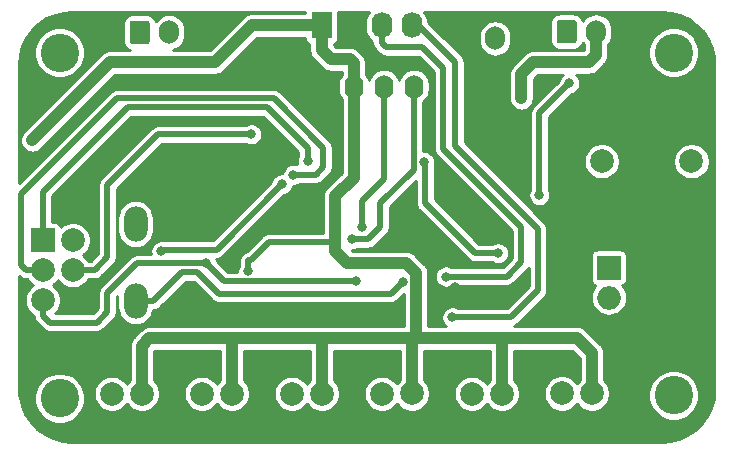
<source format=gbr>
G04 #@! TF.GenerationSoftware,KiCad,Pcbnew,(5.1.4)-1*
G04 #@! TF.CreationDate,2021-02-09T20:39:42-03:00*
G04 #@! TF.ProjectId,Eucalyptus,45756361-6c79-4707-9475-732e6b696361,rev?*
G04 #@! TF.SameCoordinates,Original*
G04 #@! TF.FileFunction,Copper,L2,Bot*
G04 #@! TF.FilePolarity,Positive*
%FSLAX46Y46*%
G04 Gerber Fmt 4.6, Leading zero omitted, Abs format (unit mm)*
G04 Created by KiCad (PCBNEW (5.1.4)-1) date 2021-02-09 20:39:42*
%MOMM*%
%LPD*%
G04 APERTURE LIST*
%ADD10C,2.000000*%
%ADD11R,1.750000X2.200000*%
%ADD12O,1.750000X2.200000*%
%ADD13R,2.000000X2.000000*%
%ADD14O,2.000000X2.000000*%
%ADD15C,3.250000*%
%ADD16C,0.100000*%
%ADD17C,1.700000*%
%ADD18O,1.700000X2.000000*%
%ADD19O,2.000000X3.000000*%
%ADD20O,1.600000X2.000000*%
%ADD21C,0.800000*%
%ADD22C,0.500000*%
%ADD23C,1.000000*%
%ADD24C,0.254000*%
G04 APERTURE END LIST*
D10*
X123825000Y-127857000D03*
X141605000Y-127857000D03*
X139065000Y-127857000D03*
X113665000Y-127881000D03*
X133985000Y-127881000D03*
X131445000Y-127881000D03*
X136525000Y-127857000D03*
X118745000Y-127881000D03*
X116205000Y-127881000D03*
X128905000Y-127881000D03*
X126365000Y-127881000D03*
X121285000Y-127881000D03*
D11*
X116180000Y-96700000D03*
D12*
X118720000Y-96700000D03*
X121260000Y-96700000D03*
X123800000Y-96700000D03*
D13*
X92583000Y-114871500D03*
D10*
X95123000Y-114871500D03*
X92583000Y-117411500D03*
X95123000Y-117411500D03*
X92583000Y-119951500D03*
X95123000Y-119951500D03*
D13*
X140500000Y-117200000D03*
D14*
X148120000Y-117200000D03*
X140500000Y-119740000D03*
X148120000Y-119740000D03*
D15*
X146000000Y-128000000D03*
X146000000Y-99000000D03*
X94000000Y-128250000D03*
X94000000Y-99000000D03*
D16*
G36*
X128999504Y-96801204D02*
G01*
X129023773Y-96804804D01*
X129047571Y-96810765D01*
X129070671Y-96819030D01*
X129092849Y-96829520D01*
X129113893Y-96842133D01*
X129133598Y-96856747D01*
X129151777Y-96873223D01*
X129168253Y-96891402D01*
X129182867Y-96911107D01*
X129195480Y-96932151D01*
X129205970Y-96954329D01*
X129214235Y-96977429D01*
X129220196Y-97001227D01*
X129223796Y-97025496D01*
X129225000Y-97050000D01*
X129225000Y-98550000D01*
X129223796Y-98574504D01*
X129220196Y-98598773D01*
X129214235Y-98622571D01*
X129205970Y-98645671D01*
X129195480Y-98667849D01*
X129182867Y-98688893D01*
X129168253Y-98708598D01*
X129151777Y-98726777D01*
X129133598Y-98743253D01*
X129113893Y-98757867D01*
X129092849Y-98770480D01*
X129070671Y-98780970D01*
X129047571Y-98789235D01*
X129023773Y-98795196D01*
X128999504Y-98798796D01*
X128975000Y-98800000D01*
X127775000Y-98800000D01*
X127750496Y-98798796D01*
X127726227Y-98795196D01*
X127702429Y-98789235D01*
X127679329Y-98780970D01*
X127657151Y-98770480D01*
X127636107Y-98757867D01*
X127616402Y-98743253D01*
X127598223Y-98726777D01*
X127581747Y-98708598D01*
X127567133Y-98688893D01*
X127554520Y-98667849D01*
X127544030Y-98645671D01*
X127535765Y-98622571D01*
X127529804Y-98598773D01*
X127526204Y-98574504D01*
X127525000Y-98550000D01*
X127525000Y-97050000D01*
X127526204Y-97025496D01*
X127529804Y-97001227D01*
X127535765Y-96977429D01*
X127544030Y-96954329D01*
X127554520Y-96932151D01*
X127567133Y-96911107D01*
X127581747Y-96891402D01*
X127598223Y-96873223D01*
X127616402Y-96856747D01*
X127636107Y-96842133D01*
X127657151Y-96829520D01*
X127679329Y-96819030D01*
X127702429Y-96810765D01*
X127726227Y-96804804D01*
X127750496Y-96801204D01*
X127775000Y-96800000D01*
X128975000Y-96800000D01*
X128999504Y-96801204D01*
X128999504Y-96801204D01*
G37*
D17*
X128375000Y-97800000D03*
D18*
X130875000Y-97800000D03*
D16*
G36*
X137549504Y-96226204D02*
G01*
X137573773Y-96229804D01*
X137597571Y-96235765D01*
X137620671Y-96244030D01*
X137642849Y-96254520D01*
X137663893Y-96267133D01*
X137683598Y-96281747D01*
X137701777Y-96298223D01*
X137718253Y-96316402D01*
X137732867Y-96336107D01*
X137745480Y-96357151D01*
X137755970Y-96379329D01*
X137764235Y-96402429D01*
X137770196Y-96426227D01*
X137773796Y-96450496D01*
X137775000Y-96475000D01*
X137775000Y-97975000D01*
X137773796Y-97999504D01*
X137770196Y-98023773D01*
X137764235Y-98047571D01*
X137755970Y-98070671D01*
X137745480Y-98092849D01*
X137732867Y-98113893D01*
X137718253Y-98133598D01*
X137701777Y-98151777D01*
X137683598Y-98168253D01*
X137663893Y-98182867D01*
X137642849Y-98195480D01*
X137620671Y-98205970D01*
X137597571Y-98214235D01*
X137573773Y-98220196D01*
X137549504Y-98223796D01*
X137525000Y-98225000D01*
X136325000Y-98225000D01*
X136300496Y-98223796D01*
X136276227Y-98220196D01*
X136252429Y-98214235D01*
X136229329Y-98205970D01*
X136207151Y-98195480D01*
X136186107Y-98182867D01*
X136166402Y-98168253D01*
X136148223Y-98151777D01*
X136131747Y-98133598D01*
X136117133Y-98113893D01*
X136104520Y-98092849D01*
X136094030Y-98070671D01*
X136085765Y-98047571D01*
X136079804Y-98023773D01*
X136076204Y-97999504D01*
X136075000Y-97975000D01*
X136075000Y-96475000D01*
X136076204Y-96450496D01*
X136079804Y-96426227D01*
X136085765Y-96402429D01*
X136094030Y-96379329D01*
X136104520Y-96357151D01*
X136117133Y-96336107D01*
X136131747Y-96316402D01*
X136148223Y-96298223D01*
X136166402Y-96281747D01*
X136186107Y-96267133D01*
X136207151Y-96254520D01*
X136229329Y-96244030D01*
X136252429Y-96235765D01*
X136276227Y-96229804D01*
X136300496Y-96226204D01*
X136325000Y-96225000D01*
X137525000Y-96225000D01*
X137549504Y-96226204D01*
X137549504Y-96226204D01*
G37*
D17*
X136925000Y-97225000D03*
D18*
X139425000Y-97225000D03*
X103274500Y-97282000D03*
D16*
G36*
X101399004Y-96283204D02*
G01*
X101423273Y-96286804D01*
X101447071Y-96292765D01*
X101470171Y-96301030D01*
X101492349Y-96311520D01*
X101513393Y-96324133D01*
X101533098Y-96338747D01*
X101551277Y-96355223D01*
X101567753Y-96373402D01*
X101582367Y-96393107D01*
X101594980Y-96414151D01*
X101605470Y-96436329D01*
X101613735Y-96459429D01*
X101619696Y-96483227D01*
X101623296Y-96507496D01*
X101624500Y-96532000D01*
X101624500Y-98032000D01*
X101623296Y-98056504D01*
X101619696Y-98080773D01*
X101613735Y-98104571D01*
X101605470Y-98127671D01*
X101594980Y-98149849D01*
X101582367Y-98170893D01*
X101567753Y-98190598D01*
X101551277Y-98208777D01*
X101533098Y-98225253D01*
X101513393Y-98239867D01*
X101492349Y-98252480D01*
X101470171Y-98262970D01*
X101447071Y-98271235D01*
X101423273Y-98277196D01*
X101399004Y-98280796D01*
X101374500Y-98282000D01*
X100174500Y-98282000D01*
X100149996Y-98280796D01*
X100125727Y-98277196D01*
X100101929Y-98271235D01*
X100078829Y-98262970D01*
X100056651Y-98252480D01*
X100035607Y-98239867D01*
X100015902Y-98225253D01*
X99997723Y-98208777D01*
X99981247Y-98190598D01*
X99966633Y-98170893D01*
X99954020Y-98149849D01*
X99943530Y-98127671D01*
X99935265Y-98104571D01*
X99929304Y-98080773D01*
X99925704Y-98056504D01*
X99924500Y-98032000D01*
X99924500Y-96532000D01*
X99925704Y-96507496D01*
X99929304Y-96483227D01*
X99935265Y-96459429D01*
X99943530Y-96436329D01*
X99954020Y-96414151D01*
X99966633Y-96393107D01*
X99981247Y-96373402D01*
X99997723Y-96355223D01*
X100015902Y-96338747D01*
X100035607Y-96324133D01*
X100056651Y-96311520D01*
X100078829Y-96301030D01*
X100101929Y-96292765D01*
X100125727Y-96286804D01*
X100149996Y-96283204D01*
X100174500Y-96282000D01*
X101374500Y-96282000D01*
X101399004Y-96283204D01*
X101399004Y-96283204D01*
G37*
D17*
X100774500Y-97282000D03*
D10*
X103505000Y-127881000D03*
X100965000Y-127881000D03*
X98425000Y-127881000D03*
X111125000Y-127881000D03*
X108585000Y-127881000D03*
X106045000Y-127881000D03*
X147500500Y-108204000D03*
X139900500Y-108204000D03*
D19*
X100429500Y-113526500D03*
X104929500Y-113526500D03*
X104929500Y-120026500D03*
X100429500Y-120026500D03*
D20*
X118920000Y-101900000D03*
X116380000Y-101900000D03*
X121460000Y-101900000D03*
X124000000Y-101900000D03*
D21*
X113334800Y-112928400D03*
X130556000Y-100838000D03*
X97028000Y-103124000D03*
X100838000Y-105156000D03*
X100076000Y-110744000D03*
X122174000Y-114808000D03*
X131064000Y-114046000D03*
X127508000Y-118872000D03*
X122732800Y-112115600D03*
X119126000Y-118364000D03*
X106426000Y-116840008D03*
X91694000Y-106426000D03*
X118100000Y-110500000D03*
X109982000Y-117513990D03*
X105156000Y-123190000D03*
X123037600Y-118414800D03*
X127254000Y-121412000D03*
X126695200Y-117957600D03*
X114998500Y-108204000D03*
X113792000Y-109347006D03*
X110235991Y-105918011D03*
X131114800Y-115976400D03*
X124850000Y-108267500D03*
X118749990Y-114808000D03*
X119600000Y-113758000D03*
X137160000Y-101600000D03*
X134620000Y-111048800D03*
X133096000Y-102870000D03*
X112826800Y-110134400D03*
X102616004Y-115824000D03*
D22*
X106825999Y-117240007D02*
X106426000Y-116840008D01*
X107949992Y-118364000D02*
X106825999Y-117240007D01*
X119126000Y-118364000D02*
X107949992Y-118364000D01*
X92583000Y-121285000D02*
X93154500Y-121856500D01*
X92583000Y-119951500D02*
X92583000Y-121285000D01*
X105860315Y-116840008D02*
X106426000Y-116840008D01*
X93154500Y-121856500D02*
X97155000Y-121856500D01*
X97155000Y-121856500D02*
X98044000Y-120967500D01*
X100583992Y-116840008D02*
X105860315Y-116840008D01*
X98044000Y-120967500D02*
X98044000Y-119380000D01*
X98044000Y-119380000D02*
X100583992Y-116840008D01*
D23*
X118920000Y-99900000D02*
X118920000Y-101900000D01*
X118595000Y-99575000D02*
X118920000Y-99900000D01*
X116955000Y-99575000D02*
X118595000Y-99575000D01*
X116180000Y-98800000D02*
X116955000Y-99575000D01*
X116180000Y-96700000D02*
X116180000Y-98800000D01*
X98298000Y-99822000D02*
X91694000Y-106426000D01*
X107188000Y-99822000D02*
X98298000Y-99822000D01*
X116180000Y-96700000D02*
X110310000Y-96700000D01*
X110310000Y-96700000D02*
X107188000Y-99822000D01*
X123952000Y-123190000D02*
X116078000Y-123190000D01*
X116078000Y-123190000D02*
X108458000Y-123190000D01*
X131318000Y-123190000D02*
X123952000Y-123190000D01*
X124188401Y-122953599D02*
X123952000Y-123190000D01*
X124188401Y-117659400D02*
X124188401Y-122953599D01*
X118920000Y-109580000D02*
X117348000Y-111152000D01*
X118920000Y-101900000D02*
X118920000Y-109580000D01*
X117348000Y-115824000D02*
X118324000Y-116800000D01*
X118324000Y-116800000D02*
X123329001Y-116800000D01*
X123329001Y-116800000D02*
X124188401Y-117659400D01*
X117348000Y-111152000D02*
X117348000Y-115062000D01*
X117348000Y-115062000D02*
X117348000Y-115824000D01*
D22*
X111696500Y-115062000D02*
X110172500Y-116586000D01*
X117348000Y-115062000D02*
X111696500Y-115062000D01*
X110172500Y-116586000D02*
X109982000Y-116586000D01*
X109982000Y-116586000D02*
X109982000Y-117513990D01*
D23*
X108458000Y-123190000D02*
X105156000Y-123190000D01*
X101600000Y-123190000D02*
X105156000Y-123190000D01*
X100965000Y-127881000D02*
X100965000Y-123825000D01*
X100965000Y-123825000D02*
X101600000Y-123190000D01*
X108585000Y-123317000D02*
X108458000Y-123190000D01*
X108585000Y-127881000D02*
X108585000Y-123317000D01*
X116205000Y-123317000D02*
X116078000Y-123190000D01*
X116205000Y-127881000D02*
X116205000Y-123317000D01*
X123825000Y-123317000D02*
X123952000Y-123190000D01*
X123825000Y-127857000D02*
X123825000Y-123317000D01*
X131445000Y-123317000D02*
X131318000Y-123190000D01*
X131445000Y-127881000D02*
X131445000Y-123317000D01*
X137812213Y-123190000D02*
X131318000Y-123190000D01*
X139065000Y-127857000D02*
X139065000Y-124442787D01*
X139065000Y-124442787D02*
X137812213Y-123190000D01*
D22*
X122637601Y-118814799D02*
X123037600Y-118414800D01*
X111187955Y-119406012D02*
X111194967Y-119399000D01*
X107468012Y-119406012D02*
X111187955Y-119406012D01*
X100429500Y-120026500D02*
X101929500Y-120026500D01*
X122053400Y-119399000D02*
X122637601Y-118814799D01*
X105664000Y-117602000D02*
X107468012Y-119406012D01*
X104354000Y-117602000D02*
X105664000Y-117602000D01*
X111194967Y-119399000D02*
X122053400Y-119399000D01*
X101929500Y-120026500D02*
X104354000Y-117602000D01*
X123800000Y-96700000D02*
X124386000Y-96700000D01*
X124386000Y-96700000D02*
X127508000Y-99822000D01*
X127508000Y-99822000D02*
X127508000Y-106934000D01*
X127819685Y-121412000D02*
X127254000Y-121412000D01*
X132207000Y-121412000D02*
X127819685Y-121412000D01*
X127508000Y-106934000D02*
X134493000Y-113919000D01*
X134493000Y-113919000D02*
X134493000Y-119126000D01*
X134493000Y-119126000D02*
X132207000Y-121412000D01*
X133096000Y-116713000D02*
X131851400Y-117957600D01*
X133096000Y-113792000D02*
X133096000Y-116713000D01*
X121260000Y-98146000D02*
X121666000Y-98552000D01*
X121260000Y-96700000D02*
X121260000Y-98146000D01*
X121666000Y-98552000D02*
X124714000Y-98552000D01*
X124714000Y-98552000D02*
X126492000Y-100330000D01*
X131851400Y-117957600D02*
X126695200Y-117957600D01*
X126492000Y-100330000D02*
X126492000Y-107188000D01*
X126492000Y-107188000D02*
X133096000Y-113792000D01*
X114998500Y-107638315D02*
X114998500Y-108204000D01*
X114998500Y-107073700D02*
X114998500Y-107638315D01*
X111556800Y-103632000D02*
X114998500Y-107073700D01*
X99758500Y-103632000D02*
X111556800Y-103632000D01*
X92583000Y-114871500D02*
X92583000Y-110807500D01*
X92583000Y-110807500D02*
X99758500Y-103632000D01*
X114357685Y-109347006D02*
X113792000Y-109347006D01*
X115696994Y-109347006D02*
X114357685Y-109347006D01*
X116332000Y-108712000D02*
X115696994Y-109347006D01*
X116332000Y-107035600D02*
X116332000Y-108712000D01*
X92583000Y-117411500D02*
X91168787Y-117411500D01*
X90728800Y-116971513D02*
X90728800Y-110998000D01*
X91168787Y-117411500D02*
X90728800Y-116971513D01*
X90728800Y-110998000D02*
X98856800Y-102870000D01*
X98856800Y-102870000D02*
X112166400Y-102870000D01*
X112166400Y-102870000D02*
X116332000Y-107035600D01*
X109670306Y-105918011D02*
X110235991Y-105918011D01*
X102361989Y-105918011D02*
X109670306Y-105918011D01*
X98044000Y-110236000D02*
X102361989Y-105918011D01*
X98044000Y-116332000D02*
X98044000Y-110236000D01*
X95123000Y-117411500D02*
X96964500Y-117411500D01*
X96964500Y-117411500D02*
X98044000Y-116332000D01*
X124968000Y-108385500D02*
X124968000Y-111760000D01*
X124968000Y-111760000D02*
X129184400Y-115976400D01*
X129184400Y-115976400D02*
X131114800Y-115976400D01*
X124850000Y-108267500D02*
X124968000Y-108385500D01*
X124000000Y-108918000D02*
X121158000Y-111760000D01*
X124000000Y-101900000D02*
X124000000Y-108918000D01*
X121158000Y-111760000D02*
X121158000Y-113792000D01*
X121158000Y-113792000D02*
X120142000Y-114808000D01*
X120142000Y-114808000D02*
X118749990Y-114808000D01*
X121460000Y-101900000D02*
X121460000Y-109680000D01*
X121460000Y-109680000D02*
X119600000Y-111540000D01*
X119600000Y-111540000D02*
X119600000Y-113192315D01*
X119600000Y-113192315D02*
X119600000Y-113758000D01*
X134620000Y-104140000D02*
X134620000Y-111048800D01*
X137160000Y-101600000D02*
X134620000Y-104140000D01*
D23*
X139425000Y-99225000D02*
X138828000Y-99822000D01*
X139425000Y-97225000D02*
X139425000Y-99225000D01*
X138828000Y-99822000D02*
X134112000Y-99822000D01*
X134112000Y-99822000D02*
X133096000Y-100838000D01*
X133096000Y-100838000D02*
X133096000Y-102870000D01*
D22*
X102768396Y-115671608D02*
X102616004Y-115824000D01*
X112826800Y-110134400D02*
X107289592Y-115671608D01*
X107289592Y-115671608D02*
X102768396Y-115671608D01*
D24*
G36*
X145785863Y-95632362D02*
G01*
X146546882Y-95840554D01*
X147259011Y-96180221D01*
X147899734Y-96640628D01*
X148448797Y-97207215D01*
X148888851Y-97862086D01*
X149205982Y-98584531D01*
X149391202Y-99356025D01*
X149440001Y-100020546D01*
X149440000Y-104972494D01*
X149440000Y-104972495D01*
X149440001Y-124972485D01*
X149440000Y-124972495D01*
X149440001Y-127475049D01*
X149367638Y-128285863D01*
X149159446Y-129046882D01*
X148819779Y-129759011D01*
X148359372Y-130399733D01*
X147792781Y-130948799D01*
X147137914Y-131388851D01*
X146415468Y-131705983D01*
X145643975Y-131891202D01*
X144979468Y-131940000D01*
X95024940Y-131940000D01*
X94214137Y-131867638D01*
X93453118Y-131659446D01*
X92740989Y-131319779D01*
X92100267Y-130859372D01*
X91551201Y-130292781D01*
X91111149Y-129637914D01*
X90794017Y-128915468D01*
X90608798Y-128143975D01*
X90600962Y-128037259D01*
X91840000Y-128037259D01*
X91840000Y-128462741D01*
X91923008Y-128880049D01*
X92085833Y-129273144D01*
X92322219Y-129626920D01*
X92623080Y-129927781D01*
X92976856Y-130164167D01*
X93369951Y-130326992D01*
X93787259Y-130410000D01*
X94212741Y-130410000D01*
X94630049Y-130326992D01*
X95023144Y-130164167D01*
X95376920Y-129927781D01*
X95677781Y-129626920D01*
X95914167Y-129273144D01*
X96076992Y-128880049D01*
X96160000Y-128462741D01*
X96160000Y-128037259D01*
X96076992Y-127619951D01*
X95914167Y-127226856D01*
X95677781Y-126873080D01*
X95376920Y-126572219D01*
X95023144Y-126335833D01*
X94630049Y-126173008D01*
X94212741Y-126090000D01*
X93787259Y-126090000D01*
X93369951Y-126173008D01*
X92976856Y-126335833D01*
X92623080Y-126572219D01*
X92322219Y-126873080D01*
X92085833Y-127226856D01*
X91923008Y-127619951D01*
X91840000Y-128037259D01*
X90600962Y-128037259D01*
X90560000Y-127479468D01*
X90560000Y-117912869D01*
X90586436Y-117939305D01*
X90611023Y-117969264D01*
X90730554Y-118067362D01*
X90863823Y-118138595D01*
X90866927Y-118140254D01*
X91014900Y-118185142D01*
X91089813Y-118192520D01*
X91130226Y-118196500D01*
X91130231Y-118196500D01*
X91168787Y-118200297D01*
X91207343Y-118196500D01*
X91261392Y-118196500D01*
X91390688Y-118390005D01*
X91604495Y-118603812D01*
X91720763Y-118681500D01*
X91604495Y-118759188D01*
X91390688Y-118972995D01*
X91222701Y-119224405D01*
X91106989Y-119503757D01*
X91048000Y-119800316D01*
X91048000Y-120102684D01*
X91106989Y-120399243D01*
X91222701Y-120678595D01*
X91390688Y-120930005D01*
X91604495Y-121143812D01*
X91795536Y-121271462D01*
X91794203Y-121285000D01*
X91809359Y-121438886D01*
X91854246Y-121586859D01*
X91854247Y-121586860D01*
X91927139Y-121723233D01*
X91941836Y-121741141D01*
X92000655Y-121812812D01*
X92000659Y-121812816D01*
X92025237Y-121842764D01*
X92055185Y-121867342D01*
X92572157Y-122384315D01*
X92596736Y-122414264D01*
X92626684Y-122438842D01*
X92626687Y-122438845D01*
X92643041Y-122452266D01*
X92716267Y-122512362D01*
X92852640Y-122585254D01*
X93000613Y-122630141D01*
X93115939Y-122641500D01*
X93115946Y-122641500D01*
X93154499Y-122645297D01*
X93193052Y-122641500D01*
X97116447Y-122641500D01*
X97155000Y-122645297D01*
X97193553Y-122641500D01*
X97193561Y-122641500D01*
X97308887Y-122630141D01*
X97456860Y-122585254D01*
X97593233Y-122512362D01*
X97712764Y-122414264D01*
X97737347Y-122384310D01*
X98571811Y-121549846D01*
X98601764Y-121525264D01*
X98699862Y-121405733D01*
X98772754Y-121269360D01*
X98772754Y-121269359D01*
X98817642Y-121121387D01*
X98825020Y-121046474D01*
X98829000Y-121006061D01*
X98829000Y-121006056D01*
X98832797Y-120967500D01*
X98829000Y-120928944D01*
X98829000Y-119705157D01*
X98894500Y-119639657D01*
X98894500Y-120601908D01*
X98916710Y-120827413D01*
X99004483Y-121116761D01*
X99147019Y-121383427D01*
X99338840Y-121617161D01*
X99572574Y-121808981D01*
X99839240Y-121951517D01*
X100128588Y-122039290D01*
X100429500Y-122068927D01*
X100730413Y-122039290D01*
X101019761Y-121951517D01*
X101286427Y-121808981D01*
X101520161Y-121617161D01*
X101711981Y-121383427D01*
X101854517Y-121116761D01*
X101942290Y-120827413D01*
X101943620Y-120813906D01*
X101968053Y-120811500D01*
X101968061Y-120811500D01*
X102083387Y-120800141D01*
X102231360Y-120755254D01*
X102367733Y-120682362D01*
X102487264Y-120584264D01*
X102511847Y-120554310D01*
X104679157Y-118387000D01*
X105338843Y-118387000D01*
X106885670Y-119933828D01*
X106910248Y-119963776D01*
X106940196Y-119988354D01*
X106940199Y-119988357D01*
X106969571Y-120012462D01*
X107029779Y-120061874D01*
X107166152Y-120134766D01*
X107279684Y-120169206D01*
X107314124Y-120179653D01*
X107321567Y-120180386D01*
X107429451Y-120191012D01*
X107429458Y-120191012D01*
X107468011Y-120194809D01*
X107506564Y-120191012D01*
X111149402Y-120191012D01*
X111187955Y-120194809D01*
X111226508Y-120191012D01*
X111226516Y-120191012D01*
X111297708Y-120184000D01*
X122014847Y-120184000D01*
X122053400Y-120187797D01*
X122091953Y-120184000D01*
X122091961Y-120184000D01*
X122207287Y-120172641D01*
X122355260Y-120127754D01*
X122491633Y-120054862D01*
X122611164Y-119956764D01*
X122635746Y-119926811D01*
X123153401Y-119409157D01*
X123153402Y-122155000D01*
X116128828Y-122155000D01*
X116078000Y-122149994D01*
X116027172Y-122155000D01*
X108508828Y-122155000D01*
X108458000Y-122149994D01*
X108407172Y-122155000D01*
X101650835Y-122155000D01*
X101600000Y-122149993D01*
X101549165Y-122155000D01*
X101549162Y-122155000D01*
X101397105Y-122169976D01*
X101247415Y-122215385D01*
X101202006Y-122229159D01*
X101022202Y-122325266D01*
X100978156Y-122361414D01*
X100864604Y-122454604D01*
X100832193Y-122494097D01*
X100269093Y-123057197D01*
X100229605Y-123089604D01*
X100197198Y-123129092D01*
X100197197Y-123129093D01*
X100100266Y-123247203D01*
X100004160Y-123427007D01*
X99944977Y-123622105D01*
X99924994Y-123825000D01*
X99930001Y-123875838D01*
X99930000Y-126745183D01*
X99772688Y-126902495D01*
X99695000Y-127018763D01*
X99617312Y-126902495D01*
X99403505Y-126688688D01*
X99152095Y-126520701D01*
X98872743Y-126404989D01*
X98576184Y-126346000D01*
X98273816Y-126346000D01*
X97977257Y-126404989D01*
X97697905Y-126520701D01*
X97446495Y-126688688D01*
X97232688Y-126902495D01*
X97064701Y-127153905D01*
X96948989Y-127433257D01*
X96890000Y-127729816D01*
X96890000Y-128032184D01*
X96948989Y-128328743D01*
X97064701Y-128608095D01*
X97232688Y-128859505D01*
X97446495Y-129073312D01*
X97697905Y-129241299D01*
X97977257Y-129357011D01*
X98273816Y-129416000D01*
X98576184Y-129416000D01*
X98872743Y-129357011D01*
X99152095Y-129241299D01*
X99403505Y-129073312D01*
X99617312Y-128859505D01*
X99695000Y-128743237D01*
X99772688Y-128859505D01*
X99986495Y-129073312D01*
X100237905Y-129241299D01*
X100517257Y-129357011D01*
X100813816Y-129416000D01*
X101116184Y-129416000D01*
X101412743Y-129357011D01*
X101692095Y-129241299D01*
X101943505Y-129073312D01*
X102157312Y-128859505D01*
X102325299Y-128608095D01*
X102441011Y-128328743D01*
X102500000Y-128032184D01*
X102500000Y-127729816D01*
X102441011Y-127433257D01*
X102325299Y-127153905D01*
X102157312Y-126902495D01*
X102000000Y-126745183D01*
X102000000Y-124253710D01*
X102028710Y-124225000D01*
X107550001Y-124225000D01*
X107550000Y-126745183D01*
X107392688Y-126902495D01*
X107315000Y-127018763D01*
X107237312Y-126902495D01*
X107023505Y-126688688D01*
X106772095Y-126520701D01*
X106492743Y-126404989D01*
X106196184Y-126346000D01*
X105893816Y-126346000D01*
X105597257Y-126404989D01*
X105317905Y-126520701D01*
X105066495Y-126688688D01*
X104852688Y-126902495D01*
X104684701Y-127153905D01*
X104568989Y-127433257D01*
X104510000Y-127729816D01*
X104510000Y-128032184D01*
X104568989Y-128328743D01*
X104684701Y-128608095D01*
X104852688Y-128859505D01*
X105066495Y-129073312D01*
X105317905Y-129241299D01*
X105597257Y-129357011D01*
X105893816Y-129416000D01*
X106196184Y-129416000D01*
X106492743Y-129357011D01*
X106772095Y-129241299D01*
X107023505Y-129073312D01*
X107237312Y-128859505D01*
X107315000Y-128743237D01*
X107392688Y-128859505D01*
X107606495Y-129073312D01*
X107857905Y-129241299D01*
X108137257Y-129357011D01*
X108433816Y-129416000D01*
X108736184Y-129416000D01*
X109032743Y-129357011D01*
X109312095Y-129241299D01*
X109563505Y-129073312D01*
X109777312Y-128859505D01*
X109945299Y-128608095D01*
X110061011Y-128328743D01*
X110120000Y-128032184D01*
X110120000Y-127729816D01*
X110061011Y-127433257D01*
X109945299Y-127153905D01*
X109777312Y-126902495D01*
X109620000Y-126745183D01*
X109620000Y-124225000D01*
X115170001Y-124225000D01*
X115170000Y-126745183D01*
X115012688Y-126902495D01*
X114935000Y-127018763D01*
X114857312Y-126902495D01*
X114643505Y-126688688D01*
X114392095Y-126520701D01*
X114112743Y-126404989D01*
X113816184Y-126346000D01*
X113513816Y-126346000D01*
X113217257Y-126404989D01*
X112937905Y-126520701D01*
X112686495Y-126688688D01*
X112472688Y-126902495D01*
X112304701Y-127153905D01*
X112188989Y-127433257D01*
X112130000Y-127729816D01*
X112130000Y-128032184D01*
X112188989Y-128328743D01*
X112304701Y-128608095D01*
X112472688Y-128859505D01*
X112686495Y-129073312D01*
X112937905Y-129241299D01*
X113217257Y-129357011D01*
X113513816Y-129416000D01*
X113816184Y-129416000D01*
X114112743Y-129357011D01*
X114392095Y-129241299D01*
X114643505Y-129073312D01*
X114857312Y-128859505D01*
X114935000Y-128743237D01*
X115012688Y-128859505D01*
X115226495Y-129073312D01*
X115477905Y-129241299D01*
X115757257Y-129357011D01*
X116053816Y-129416000D01*
X116356184Y-129416000D01*
X116652743Y-129357011D01*
X116932095Y-129241299D01*
X117183505Y-129073312D01*
X117397312Y-128859505D01*
X117565299Y-128608095D01*
X117681011Y-128328743D01*
X117740000Y-128032184D01*
X117740000Y-127729816D01*
X117681011Y-127433257D01*
X117565299Y-127153905D01*
X117397312Y-126902495D01*
X117240000Y-126745183D01*
X117240000Y-124225000D01*
X122790001Y-124225000D01*
X122790000Y-126721183D01*
X122632688Y-126878495D01*
X122546982Y-127006763D01*
X122477312Y-126902495D01*
X122263505Y-126688688D01*
X122012095Y-126520701D01*
X121732743Y-126404989D01*
X121436184Y-126346000D01*
X121133816Y-126346000D01*
X120837257Y-126404989D01*
X120557905Y-126520701D01*
X120306495Y-126688688D01*
X120092688Y-126902495D01*
X119924701Y-127153905D01*
X119808989Y-127433257D01*
X119750000Y-127729816D01*
X119750000Y-128032184D01*
X119808989Y-128328743D01*
X119924701Y-128608095D01*
X120092688Y-128859505D01*
X120306495Y-129073312D01*
X120557905Y-129241299D01*
X120837257Y-129357011D01*
X121133816Y-129416000D01*
X121436184Y-129416000D01*
X121732743Y-129357011D01*
X122012095Y-129241299D01*
X122263505Y-129073312D01*
X122477312Y-128859505D01*
X122563018Y-128731237D01*
X122632688Y-128835505D01*
X122846495Y-129049312D01*
X123097905Y-129217299D01*
X123377257Y-129333011D01*
X123673816Y-129392000D01*
X123976184Y-129392000D01*
X124272743Y-129333011D01*
X124552095Y-129217299D01*
X124803505Y-129049312D01*
X125017312Y-128835505D01*
X125185299Y-128584095D01*
X125301011Y-128304743D01*
X125360000Y-128008184D01*
X125360000Y-127705816D01*
X125301011Y-127409257D01*
X125185299Y-127129905D01*
X125017312Y-126878495D01*
X124860000Y-126721183D01*
X124860000Y-124225000D01*
X130410001Y-124225000D01*
X130410000Y-126745183D01*
X130252688Y-126902495D01*
X130175000Y-127018763D01*
X130097312Y-126902495D01*
X129883505Y-126688688D01*
X129632095Y-126520701D01*
X129352743Y-126404989D01*
X129056184Y-126346000D01*
X128753816Y-126346000D01*
X128457257Y-126404989D01*
X128177905Y-126520701D01*
X127926495Y-126688688D01*
X127712688Y-126902495D01*
X127544701Y-127153905D01*
X127428989Y-127433257D01*
X127370000Y-127729816D01*
X127370000Y-128032184D01*
X127428989Y-128328743D01*
X127544701Y-128608095D01*
X127712688Y-128859505D01*
X127926495Y-129073312D01*
X128177905Y-129241299D01*
X128457257Y-129357011D01*
X128753816Y-129416000D01*
X129056184Y-129416000D01*
X129352743Y-129357011D01*
X129632095Y-129241299D01*
X129883505Y-129073312D01*
X130097312Y-128859505D01*
X130175000Y-128743237D01*
X130252688Y-128859505D01*
X130466495Y-129073312D01*
X130717905Y-129241299D01*
X130997257Y-129357011D01*
X131293816Y-129416000D01*
X131596184Y-129416000D01*
X131892743Y-129357011D01*
X132172095Y-129241299D01*
X132423505Y-129073312D01*
X132637312Y-128859505D01*
X132805299Y-128608095D01*
X132921011Y-128328743D01*
X132980000Y-128032184D01*
X132980000Y-127729816D01*
X132921011Y-127433257D01*
X132805299Y-127153905D01*
X132637312Y-126902495D01*
X132480000Y-126745183D01*
X132480000Y-124225000D01*
X137383503Y-124225000D01*
X138030001Y-124871499D01*
X138030000Y-126721183D01*
X137872688Y-126878495D01*
X137795000Y-126994763D01*
X137717312Y-126878495D01*
X137503505Y-126664688D01*
X137252095Y-126496701D01*
X136972743Y-126380989D01*
X136676184Y-126322000D01*
X136373816Y-126322000D01*
X136077257Y-126380989D01*
X135797905Y-126496701D01*
X135546495Y-126664688D01*
X135332688Y-126878495D01*
X135164701Y-127129905D01*
X135048989Y-127409257D01*
X134990000Y-127705816D01*
X134990000Y-128008184D01*
X135048989Y-128304743D01*
X135164701Y-128584095D01*
X135332688Y-128835505D01*
X135546495Y-129049312D01*
X135797905Y-129217299D01*
X136077257Y-129333011D01*
X136373816Y-129392000D01*
X136676184Y-129392000D01*
X136972743Y-129333011D01*
X137252095Y-129217299D01*
X137503505Y-129049312D01*
X137717312Y-128835505D01*
X137795000Y-128719237D01*
X137872688Y-128835505D01*
X138086495Y-129049312D01*
X138337905Y-129217299D01*
X138617257Y-129333011D01*
X138913816Y-129392000D01*
X139216184Y-129392000D01*
X139512743Y-129333011D01*
X139792095Y-129217299D01*
X140043505Y-129049312D01*
X140257312Y-128835505D01*
X140425299Y-128584095D01*
X140541011Y-128304743D01*
X140600000Y-128008184D01*
X140600000Y-127787259D01*
X143840000Y-127787259D01*
X143840000Y-128212741D01*
X143923008Y-128630049D01*
X144085833Y-129023144D01*
X144322219Y-129376920D01*
X144623080Y-129677781D01*
X144976856Y-129914167D01*
X145369951Y-130076992D01*
X145787259Y-130160000D01*
X146212741Y-130160000D01*
X146630049Y-130076992D01*
X147023144Y-129914167D01*
X147376920Y-129677781D01*
X147677781Y-129376920D01*
X147914167Y-129023144D01*
X148076992Y-128630049D01*
X148160000Y-128212741D01*
X148160000Y-127787259D01*
X148076992Y-127369951D01*
X147914167Y-126976856D01*
X147677781Y-126623080D01*
X147376920Y-126322219D01*
X147023144Y-126085833D01*
X146630049Y-125923008D01*
X146212741Y-125840000D01*
X145787259Y-125840000D01*
X145369951Y-125923008D01*
X144976856Y-126085833D01*
X144623080Y-126322219D01*
X144322219Y-126623080D01*
X144085833Y-126976856D01*
X143923008Y-127369951D01*
X143840000Y-127787259D01*
X140600000Y-127787259D01*
X140600000Y-127705816D01*
X140541011Y-127409257D01*
X140425299Y-127129905D01*
X140257312Y-126878495D01*
X140100000Y-126721183D01*
X140100000Y-124493614D01*
X140105006Y-124442786D01*
X140100000Y-124391958D01*
X140100000Y-124391949D01*
X140085024Y-124239892D01*
X140025841Y-124044794D01*
X139962022Y-123925396D01*
X139929734Y-123864989D01*
X139832803Y-123746879D01*
X139800396Y-123707391D01*
X139760908Y-123674984D01*
X138580020Y-122494097D01*
X138547609Y-122454604D01*
X138390010Y-122325266D01*
X138210206Y-122229159D01*
X138015108Y-122169976D01*
X137863051Y-122155000D01*
X137863041Y-122155000D01*
X137812213Y-122149994D01*
X137761385Y-122155000D01*
X132461897Y-122155000D01*
X132508860Y-122140754D01*
X132645233Y-122067862D01*
X132764764Y-121969764D01*
X132789347Y-121939810D01*
X134989157Y-119740000D01*
X138957573Y-119740000D01*
X138987210Y-120040913D01*
X139074983Y-120330261D01*
X139217519Y-120596927D01*
X139409339Y-120830661D01*
X139643073Y-121022481D01*
X139909739Y-121165017D01*
X140199087Y-121252790D01*
X140424592Y-121275000D01*
X140575408Y-121275000D01*
X140800913Y-121252790D01*
X141090261Y-121165017D01*
X141356927Y-121022481D01*
X141590661Y-120830661D01*
X141782481Y-120596927D01*
X141925017Y-120330261D01*
X142012790Y-120040913D01*
X142042427Y-119740000D01*
X142012790Y-119439087D01*
X141925017Y-119149739D01*
X141782481Y-118883073D01*
X141644695Y-118715180D01*
X141705726Y-118696667D01*
X141798668Y-118646988D01*
X141880132Y-118580132D01*
X141946988Y-118498668D01*
X141996667Y-118405726D01*
X142027258Y-118304878D01*
X142037588Y-118200000D01*
X142037588Y-116200000D01*
X142027258Y-116095122D01*
X141996667Y-115994274D01*
X141946988Y-115901332D01*
X141880132Y-115819868D01*
X141798668Y-115753012D01*
X141705726Y-115703333D01*
X141604878Y-115672742D01*
X141500000Y-115662412D01*
X139500000Y-115662412D01*
X139395122Y-115672742D01*
X139294274Y-115703333D01*
X139201332Y-115753012D01*
X139119868Y-115819868D01*
X139053012Y-115901332D01*
X139003333Y-115994274D01*
X138972742Y-116095122D01*
X138962412Y-116200000D01*
X138962412Y-118200000D01*
X138972742Y-118304878D01*
X139003333Y-118405726D01*
X139053012Y-118498668D01*
X139119868Y-118580132D01*
X139201332Y-118646988D01*
X139294274Y-118696667D01*
X139355305Y-118715180D01*
X139217519Y-118883073D01*
X139074983Y-119149739D01*
X138987210Y-119439087D01*
X138957573Y-119740000D01*
X134989157Y-119740000D01*
X135020816Y-119708342D01*
X135050764Y-119683764D01*
X135078769Y-119649641D01*
X135116557Y-119603596D01*
X135148862Y-119564233D01*
X135221754Y-119427860D01*
X135247614Y-119342612D01*
X135266641Y-119279888D01*
X135269375Y-119252125D01*
X135278000Y-119164561D01*
X135278000Y-119164554D01*
X135281797Y-119126001D01*
X135278000Y-119087448D01*
X135278000Y-113957556D01*
X135281797Y-113919000D01*
X135278000Y-113880440D01*
X135278000Y-113880439D01*
X135273087Y-113830561D01*
X135266642Y-113765113D01*
X135221754Y-113617140D01*
X135198071Y-113572832D01*
X135148862Y-113480767D01*
X135050764Y-113361236D01*
X135020811Y-113336654D01*
X128293000Y-106608843D01*
X128293000Y-100838000D01*
X132055994Y-100838000D01*
X132061000Y-100888828D01*
X132061001Y-102920838D01*
X132075977Y-103072895D01*
X132135160Y-103267993D01*
X132231267Y-103447797D01*
X132360605Y-103605396D01*
X132518204Y-103734734D01*
X132698008Y-103830841D01*
X132893106Y-103890024D01*
X133096000Y-103910007D01*
X133298895Y-103890024D01*
X133493993Y-103830841D01*
X133673797Y-103734734D01*
X133831396Y-103605396D01*
X133960734Y-103447797D01*
X134056841Y-103267993D01*
X134116024Y-103072895D01*
X134131000Y-102920838D01*
X134131000Y-101266710D01*
X134540711Y-100857000D01*
X136589022Y-100857000D01*
X136563972Y-100873738D01*
X136433738Y-101003972D01*
X136331414Y-101157111D01*
X136260932Y-101327271D01*
X136245627Y-101404216D01*
X134092190Y-103557653D01*
X134062236Y-103582236D01*
X133964138Y-103701768D01*
X133891246Y-103838141D01*
X133846359Y-103986114D01*
X133835000Y-104101440D01*
X133835000Y-104101447D01*
X133831203Y-104140000D01*
X133835000Y-104178553D01*
X133835001Y-110540678D01*
X133791414Y-110605911D01*
X133720932Y-110776071D01*
X133685000Y-110956711D01*
X133685000Y-111140889D01*
X133720932Y-111321529D01*
X133791414Y-111491689D01*
X133893738Y-111644828D01*
X134023972Y-111775062D01*
X134177111Y-111877386D01*
X134347271Y-111947868D01*
X134527911Y-111983800D01*
X134712089Y-111983800D01*
X134892729Y-111947868D01*
X135062889Y-111877386D01*
X135216028Y-111775062D01*
X135346262Y-111644828D01*
X135448586Y-111491689D01*
X135519068Y-111321529D01*
X135555000Y-111140889D01*
X135555000Y-110956711D01*
X135519068Y-110776071D01*
X135448586Y-110605911D01*
X135405000Y-110540680D01*
X135405000Y-108052816D01*
X138365500Y-108052816D01*
X138365500Y-108355184D01*
X138424489Y-108651743D01*
X138540201Y-108931095D01*
X138708188Y-109182505D01*
X138921995Y-109396312D01*
X139173405Y-109564299D01*
X139452757Y-109680011D01*
X139749316Y-109739000D01*
X140051684Y-109739000D01*
X140348243Y-109680011D01*
X140627595Y-109564299D01*
X140879005Y-109396312D01*
X141092812Y-109182505D01*
X141260799Y-108931095D01*
X141376511Y-108651743D01*
X141435500Y-108355184D01*
X141435500Y-108052816D01*
X145965500Y-108052816D01*
X145965500Y-108355184D01*
X146024489Y-108651743D01*
X146140201Y-108931095D01*
X146308188Y-109182505D01*
X146521995Y-109396312D01*
X146773405Y-109564299D01*
X147052757Y-109680011D01*
X147349316Y-109739000D01*
X147651684Y-109739000D01*
X147948243Y-109680011D01*
X148227595Y-109564299D01*
X148479005Y-109396312D01*
X148692812Y-109182505D01*
X148860799Y-108931095D01*
X148976511Y-108651743D01*
X149035500Y-108355184D01*
X149035500Y-108052816D01*
X148976511Y-107756257D01*
X148860799Y-107476905D01*
X148692812Y-107225495D01*
X148479005Y-107011688D01*
X148227595Y-106843701D01*
X147948243Y-106727989D01*
X147651684Y-106669000D01*
X147349316Y-106669000D01*
X147052757Y-106727989D01*
X146773405Y-106843701D01*
X146521995Y-107011688D01*
X146308188Y-107225495D01*
X146140201Y-107476905D01*
X146024489Y-107756257D01*
X145965500Y-108052816D01*
X141435500Y-108052816D01*
X141376511Y-107756257D01*
X141260799Y-107476905D01*
X141092812Y-107225495D01*
X140879005Y-107011688D01*
X140627595Y-106843701D01*
X140348243Y-106727989D01*
X140051684Y-106669000D01*
X139749316Y-106669000D01*
X139452757Y-106727989D01*
X139173405Y-106843701D01*
X138921995Y-107011688D01*
X138708188Y-107225495D01*
X138540201Y-107476905D01*
X138424489Y-107756257D01*
X138365500Y-108052816D01*
X135405000Y-108052816D01*
X135405000Y-104465157D01*
X137355784Y-102514373D01*
X137432729Y-102499068D01*
X137602889Y-102428586D01*
X137756028Y-102326262D01*
X137886262Y-102196028D01*
X137988586Y-102042889D01*
X138059068Y-101872729D01*
X138095000Y-101692089D01*
X138095000Y-101507911D01*
X138059068Y-101327271D01*
X137988586Y-101157111D01*
X137886262Y-101003972D01*
X137756028Y-100873738D01*
X137730978Y-100857000D01*
X138777172Y-100857000D01*
X138828000Y-100862006D01*
X138878828Y-100857000D01*
X138878838Y-100857000D01*
X139030895Y-100842024D01*
X139225993Y-100782841D01*
X139405797Y-100686734D01*
X139563396Y-100557396D01*
X139595807Y-100517903D01*
X140120903Y-99992807D01*
X140160396Y-99960396D01*
X140289734Y-99802797D01*
X140385841Y-99622993D01*
X140445024Y-99427895D01*
X140460000Y-99275838D01*
X140460000Y-99275829D01*
X140465006Y-99225001D01*
X140460000Y-99174173D01*
X140460000Y-98787259D01*
X143840000Y-98787259D01*
X143840000Y-99212741D01*
X143923008Y-99630049D01*
X144085833Y-100023144D01*
X144322219Y-100376920D01*
X144623080Y-100677781D01*
X144976856Y-100914167D01*
X145369951Y-101076992D01*
X145787259Y-101160000D01*
X146212741Y-101160000D01*
X146630049Y-101076992D01*
X147023144Y-100914167D01*
X147376920Y-100677781D01*
X147677781Y-100376920D01*
X147914167Y-100023144D01*
X148076992Y-99630049D01*
X148160000Y-99212741D01*
X148160000Y-98787259D01*
X148076992Y-98369951D01*
X147914167Y-97976856D01*
X147677781Y-97623080D01*
X147376920Y-97322219D01*
X147023144Y-97085833D01*
X146630049Y-96923008D01*
X146212741Y-96840000D01*
X145787259Y-96840000D01*
X145369951Y-96923008D01*
X144976856Y-97085833D01*
X144623080Y-97322219D01*
X144322219Y-97623080D01*
X144085833Y-97976856D01*
X143923008Y-98369951D01*
X143840000Y-98787259D01*
X140460000Y-98787259D01*
X140460000Y-98297036D01*
X140582157Y-98148188D01*
X140710764Y-97907580D01*
X140789960Y-97646506D01*
X140810000Y-97443036D01*
X140810000Y-97006963D01*
X140789960Y-96803493D01*
X140710764Y-96542419D01*
X140582157Y-96301812D01*
X140409080Y-96090919D01*
X140198187Y-95917843D01*
X139957580Y-95789236D01*
X139696506Y-95710040D01*
X139425000Y-95683299D01*
X139153493Y-95710040D01*
X138892419Y-95789236D01*
X138651812Y-95917843D01*
X138440919Y-96090920D01*
X138285136Y-96280741D01*
X138252636Y-96173603D01*
X138179855Y-96037440D01*
X138081909Y-95918091D01*
X137962560Y-95820145D01*
X137826397Y-95747364D01*
X137678651Y-95702545D01*
X137525000Y-95687412D01*
X136325000Y-95687412D01*
X136171349Y-95702545D01*
X136023603Y-95747364D01*
X135887440Y-95820145D01*
X135768091Y-95918091D01*
X135670145Y-96037440D01*
X135597364Y-96173603D01*
X135552545Y-96321349D01*
X135537412Y-96475000D01*
X135537412Y-97975000D01*
X135552545Y-98128651D01*
X135597364Y-98276397D01*
X135670145Y-98412560D01*
X135768091Y-98531909D01*
X135887440Y-98629855D01*
X136023603Y-98702636D01*
X136171349Y-98747455D01*
X136325000Y-98762588D01*
X137525000Y-98762588D01*
X137678651Y-98747455D01*
X137826397Y-98702636D01*
X137962560Y-98629855D01*
X138081909Y-98531909D01*
X138179855Y-98412560D01*
X138252636Y-98276397D01*
X138285136Y-98169260D01*
X138390001Y-98297036D01*
X138390001Y-98787000D01*
X134162835Y-98787000D01*
X134112000Y-98781993D01*
X134061164Y-98787000D01*
X134061162Y-98787000D01*
X133909105Y-98801976D01*
X133714007Y-98861159D01*
X133680457Y-98879092D01*
X133534202Y-98957266D01*
X133437695Y-99036468D01*
X133376604Y-99086604D01*
X133344197Y-99126092D01*
X132400097Y-100070193D01*
X132360604Y-100102604D01*
X132231266Y-100260203D01*
X132135159Y-100440008D01*
X132075976Y-100635106D01*
X132061000Y-100787163D01*
X132061000Y-100787172D01*
X132055994Y-100838000D01*
X128293000Y-100838000D01*
X128293000Y-99860556D01*
X128296797Y-99822000D01*
X128293000Y-99783440D01*
X128293000Y-99783439D01*
X128289020Y-99743026D01*
X128281642Y-99668113D01*
X128236754Y-99520140D01*
X128215366Y-99480125D01*
X128163862Y-99383767D01*
X128065764Y-99264236D01*
X128035811Y-99239654D01*
X126378121Y-97581964D01*
X129490000Y-97581964D01*
X129490000Y-98018037D01*
X129510040Y-98221507D01*
X129589236Y-98482581D01*
X129717843Y-98723188D01*
X129890920Y-98934081D01*
X130101813Y-99107157D01*
X130342420Y-99235764D01*
X130603494Y-99314960D01*
X130875000Y-99341701D01*
X131146507Y-99314960D01*
X131407581Y-99235764D01*
X131648188Y-99107157D01*
X131859081Y-98934081D01*
X132032157Y-98723188D01*
X132160764Y-98482580D01*
X132239960Y-98221506D01*
X132260000Y-98018036D01*
X132260000Y-97581963D01*
X132239960Y-97378493D01*
X132160764Y-97117419D01*
X132032157Y-96876812D01*
X131859080Y-96665919D01*
X131648187Y-96492843D01*
X131407580Y-96364236D01*
X131146506Y-96285040D01*
X130875000Y-96258299D01*
X130603493Y-96285040D01*
X130342419Y-96364236D01*
X130101812Y-96492843D01*
X129890919Y-96665920D01*
X129717843Y-96876813D01*
X129589236Y-97117420D01*
X129510040Y-97378494D01*
X129490000Y-97581964D01*
X126378121Y-97581964D01*
X125210000Y-96413843D01*
X125210000Y-96405736D01*
X125189598Y-96198592D01*
X125108973Y-95932806D01*
X124978044Y-95687856D01*
X124873115Y-95560000D01*
X144975060Y-95560000D01*
X145785863Y-95632362D01*
X145785863Y-95632362D01*
G37*
X145785863Y-95632362D02*
X146546882Y-95840554D01*
X147259011Y-96180221D01*
X147899734Y-96640628D01*
X148448797Y-97207215D01*
X148888851Y-97862086D01*
X149205982Y-98584531D01*
X149391202Y-99356025D01*
X149440001Y-100020546D01*
X149440000Y-104972494D01*
X149440000Y-104972495D01*
X149440001Y-124972485D01*
X149440000Y-124972495D01*
X149440001Y-127475049D01*
X149367638Y-128285863D01*
X149159446Y-129046882D01*
X148819779Y-129759011D01*
X148359372Y-130399733D01*
X147792781Y-130948799D01*
X147137914Y-131388851D01*
X146415468Y-131705983D01*
X145643975Y-131891202D01*
X144979468Y-131940000D01*
X95024940Y-131940000D01*
X94214137Y-131867638D01*
X93453118Y-131659446D01*
X92740989Y-131319779D01*
X92100267Y-130859372D01*
X91551201Y-130292781D01*
X91111149Y-129637914D01*
X90794017Y-128915468D01*
X90608798Y-128143975D01*
X90600962Y-128037259D01*
X91840000Y-128037259D01*
X91840000Y-128462741D01*
X91923008Y-128880049D01*
X92085833Y-129273144D01*
X92322219Y-129626920D01*
X92623080Y-129927781D01*
X92976856Y-130164167D01*
X93369951Y-130326992D01*
X93787259Y-130410000D01*
X94212741Y-130410000D01*
X94630049Y-130326992D01*
X95023144Y-130164167D01*
X95376920Y-129927781D01*
X95677781Y-129626920D01*
X95914167Y-129273144D01*
X96076992Y-128880049D01*
X96160000Y-128462741D01*
X96160000Y-128037259D01*
X96076992Y-127619951D01*
X95914167Y-127226856D01*
X95677781Y-126873080D01*
X95376920Y-126572219D01*
X95023144Y-126335833D01*
X94630049Y-126173008D01*
X94212741Y-126090000D01*
X93787259Y-126090000D01*
X93369951Y-126173008D01*
X92976856Y-126335833D01*
X92623080Y-126572219D01*
X92322219Y-126873080D01*
X92085833Y-127226856D01*
X91923008Y-127619951D01*
X91840000Y-128037259D01*
X90600962Y-128037259D01*
X90560000Y-127479468D01*
X90560000Y-117912869D01*
X90586436Y-117939305D01*
X90611023Y-117969264D01*
X90730554Y-118067362D01*
X90863823Y-118138595D01*
X90866927Y-118140254D01*
X91014900Y-118185142D01*
X91089813Y-118192520D01*
X91130226Y-118196500D01*
X91130231Y-118196500D01*
X91168787Y-118200297D01*
X91207343Y-118196500D01*
X91261392Y-118196500D01*
X91390688Y-118390005D01*
X91604495Y-118603812D01*
X91720763Y-118681500D01*
X91604495Y-118759188D01*
X91390688Y-118972995D01*
X91222701Y-119224405D01*
X91106989Y-119503757D01*
X91048000Y-119800316D01*
X91048000Y-120102684D01*
X91106989Y-120399243D01*
X91222701Y-120678595D01*
X91390688Y-120930005D01*
X91604495Y-121143812D01*
X91795536Y-121271462D01*
X91794203Y-121285000D01*
X91809359Y-121438886D01*
X91854246Y-121586859D01*
X91854247Y-121586860D01*
X91927139Y-121723233D01*
X91941836Y-121741141D01*
X92000655Y-121812812D01*
X92000659Y-121812816D01*
X92025237Y-121842764D01*
X92055185Y-121867342D01*
X92572157Y-122384315D01*
X92596736Y-122414264D01*
X92626684Y-122438842D01*
X92626687Y-122438845D01*
X92643041Y-122452266D01*
X92716267Y-122512362D01*
X92852640Y-122585254D01*
X93000613Y-122630141D01*
X93115939Y-122641500D01*
X93115946Y-122641500D01*
X93154499Y-122645297D01*
X93193052Y-122641500D01*
X97116447Y-122641500D01*
X97155000Y-122645297D01*
X97193553Y-122641500D01*
X97193561Y-122641500D01*
X97308887Y-122630141D01*
X97456860Y-122585254D01*
X97593233Y-122512362D01*
X97712764Y-122414264D01*
X97737347Y-122384310D01*
X98571811Y-121549846D01*
X98601764Y-121525264D01*
X98699862Y-121405733D01*
X98772754Y-121269360D01*
X98772754Y-121269359D01*
X98817642Y-121121387D01*
X98825020Y-121046474D01*
X98829000Y-121006061D01*
X98829000Y-121006056D01*
X98832797Y-120967500D01*
X98829000Y-120928944D01*
X98829000Y-119705157D01*
X98894500Y-119639657D01*
X98894500Y-120601908D01*
X98916710Y-120827413D01*
X99004483Y-121116761D01*
X99147019Y-121383427D01*
X99338840Y-121617161D01*
X99572574Y-121808981D01*
X99839240Y-121951517D01*
X100128588Y-122039290D01*
X100429500Y-122068927D01*
X100730413Y-122039290D01*
X101019761Y-121951517D01*
X101286427Y-121808981D01*
X101520161Y-121617161D01*
X101711981Y-121383427D01*
X101854517Y-121116761D01*
X101942290Y-120827413D01*
X101943620Y-120813906D01*
X101968053Y-120811500D01*
X101968061Y-120811500D01*
X102083387Y-120800141D01*
X102231360Y-120755254D01*
X102367733Y-120682362D01*
X102487264Y-120584264D01*
X102511847Y-120554310D01*
X104679157Y-118387000D01*
X105338843Y-118387000D01*
X106885670Y-119933828D01*
X106910248Y-119963776D01*
X106940196Y-119988354D01*
X106940199Y-119988357D01*
X106969571Y-120012462D01*
X107029779Y-120061874D01*
X107166152Y-120134766D01*
X107279684Y-120169206D01*
X107314124Y-120179653D01*
X107321567Y-120180386D01*
X107429451Y-120191012D01*
X107429458Y-120191012D01*
X107468011Y-120194809D01*
X107506564Y-120191012D01*
X111149402Y-120191012D01*
X111187955Y-120194809D01*
X111226508Y-120191012D01*
X111226516Y-120191012D01*
X111297708Y-120184000D01*
X122014847Y-120184000D01*
X122053400Y-120187797D01*
X122091953Y-120184000D01*
X122091961Y-120184000D01*
X122207287Y-120172641D01*
X122355260Y-120127754D01*
X122491633Y-120054862D01*
X122611164Y-119956764D01*
X122635746Y-119926811D01*
X123153401Y-119409157D01*
X123153402Y-122155000D01*
X116128828Y-122155000D01*
X116078000Y-122149994D01*
X116027172Y-122155000D01*
X108508828Y-122155000D01*
X108458000Y-122149994D01*
X108407172Y-122155000D01*
X101650835Y-122155000D01*
X101600000Y-122149993D01*
X101549165Y-122155000D01*
X101549162Y-122155000D01*
X101397105Y-122169976D01*
X101247415Y-122215385D01*
X101202006Y-122229159D01*
X101022202Y-122325266D01*
X100978156Y-122361414D01*
X100864604Y-122454604D01*
X100832193Y-122494097D01*
X100269093Y-123057197D01*
X100229605Y-123089604D01*
X100197198Y-123129092D01*
X100197197Y-123129093D01*
X100100266Y-123247203D01*
X100004160Y-123427007D01*
X99944977Y-123622105D01*
X99924994Y-123825000D01*
X99930001Y-123875838D01*
X99930000Y-126745183D01*
X99772688Y-126902495D01*
X99695000Y-127018763D01*
X99617312Y-126902495D01*
X99403505Y-126688688D01*
X99152095Y-126520701D01*
X98872743Y-126404989D01*
X98576184Y-126346000D01*
X98273816Y-126346000D01*
X97977257Y-126404989D01*
X97697905Y-126520701D01*
X97446495Y-126688688D01*
X97232688Y-126902495D01*
X97064701Y-127153905D01*
X96948989Y-127433257D01*
X96890000Y-127729816D01*
X96890000Y-128032184D01*
X96948989Y-128328743D01*
X97064701Y-128608095D01*
X97232688Y-128859505D01*
X97446495Y-129073312D01*
X97697905Y-129241299D01*
X97977257Y-129357011D01*
X98273816Y-129416000D01*
X98576184Y-129416000D01*
X98872743Y-129357011D01*
X99152095Y-129241299D01*
X99403505Y-129073312D01*
X99617312Y-128859505D01*
X99695000Y-128743237D01*
X99772688Y-128859505D01*
X99986495Y-129073312D01*
X100237905Y-129241299D01*
X100517257Y-129357011D01*
X100813816Y-129416000D01*
X101116184Y-129416000D01*
X101412743Y-129357011D01*
X101692095Y-129241299D01*
X101943505Y-129073312D01*
X102157312Y-128859505D01*
X102325299Y-128608095D01*
X102441011Y-128328743D01*
X102500000Y-128032184D01*
X102500000Y-127729816D01*
X102441011Y-127433257D01*
X102325299Y-127153905D01*
X102157312Y-126902495D01*
X102000000Y-126745183D01*
X102000000Y-124253710D01*
X102028710Y-124225000D01*
X107550001Y-124225000D01*
X107550000Y-126745183D01*
X107392688Y-126902495D01*
X107315000Y-127018763D01*
X107237312Y-126902495D01*
X107023505Y-126688688D01*
X106772095Y-126520701D01*
X106492743Y-126404989D01*
X106196184Y-126346000D01*
X105893816Y-126346000D01*
X105597257Y-126404989D01*
X105317905Y-126520701D01*
X105066495Y-126688688D01*
X104852688Y-126902495D01*
X104684701Y-127153905D01*
X104568989Y-127433257D01*
X104510000Y-127729816D01*
X104510000Y-128032184D01*
X104568989Y-128328743D01*
X104684701Y-128608095D01*
X104852688Y-128859505D01*
X105066495Y-129073312D01*
X105317905Y-129241299D01*
X105597257Y-129357011D01*
X105893816Y-129416000D01*
X106196184Y-129416000D01*
X106492743Y-129357011D01*
X106772095Y-129241299D01*
X107023505Y-129073312D01*
X107237312Y-128859505D01*
X107315000Y-128743237D01*
X107392688Y-128859505D01*
X107606495Y-129073312D01*
X107857905Y-129241299D01*
X108137257Y-129357011D01*
X108433816Y-129416000D01*
X108736184Y-129416000D01*
X109032743Y-129357011D01*
X109312095Y-129241299D01*
X109563505Y-129073312D01*
X109777312Y-128859505D01*
X109945299Y-128608095D01*
X110061011Y-128328743D01*
X110120000Y-128032184D01*
X110120000Y-127729816D01*
X110061011Y-127433257D01*
X109945299Y-127153905D01*
X109777312Y-126902495D01*
X109620000Y-126745183D01*
X109620000Y-124225000D01*
X115170001Y-124225000D01*
X115170000Y-126745183D01*
X115012688Y-126902495D01*
X114935000Y-127018763D01*
X114857312Y-126902495D01*
X114643505Y-126688688D01*
X114392095Y-126520701D01*
X114112743Y-126404989D01*
X113816184Y-126346000D01*
X113513816Y-126346000D01*
X113217257Y-126404989D01*
X112937905Y-126520701D01*
X112686495Y-126688688D01*
X112472688Y-126902495D01*
X112304701Y-127153905D01*
X112188989Y-127433257D01*
X112130000Y-127729816D01*
X112130000Y-128032184D01*
X112188989Y-128328743D01*
X112304701Y-128608095D01*
X112472688Y-128859505D01*
X112686495Y-129073312D01*
X112937905Y-129241299D01*
X113217257Y-129357011D01*
X113513816Y-129416000D01*
X113816184Y-129416000D01*
X114112743Y-129357011D01*
X114392095Y-129241299D01*
X114643505Y-129073312D01*
X114857312Y-128859505D01*
X114935000Y-128743237D01*
X115012688Y-128859505D01*
X115226495Y-129073312D01*
X115477905Y-129241299D01*
X115757257Y-129357011D01*
X116053816Y-129416000D01*
X116356184Y-129416000D01*
X116652743Y-129357011D01*
X116932095Y-129241299D01*
X117183505Y-129073312D01*
X117397312Y-128859505D01*
X117565299Y-128608095D01*
X117681011Y-128328743D01*
X117740000Y-128032184D01*
X117740000Y-127729816D01*
X117681011Y-127433257D01*
X117565299Y-127153905D01*
X117397312Y-126902495D01*
X117240000Y-126745183D01*
X117240000Y-124225000D01*
X122790001Y-124225000D01*
X122790000Y-126721183D01*
X122632688Y-126878495D01*
X122546982Y-127006763D01*
X122477312Y-126902495D01*
X122263505Y-126688688D01*
X122012095Y-126520701D01*
X121732743Y-126404989D01*
X121436184Y-126346000D01*
X121133816Y-126346000D01*
X120837257Y-126404989D01*
X120557905Y-126520701D01*
X120306495Y-126688688D01*
X120092688Y-126902495D01*
X119924701Y-127153905D01*
X119808989Y-127433257D01*
X119750000Y-127729816D01*
X119750000Y-128032184D01*
X119808989Y-128328743D01*
X119924701Y-128608095D01*
X120092688Y-128859505D01*
X120306495Y-129073312D01*
X120557905Y-129241299D01*
X120837257Y-129357011D01*
X121133816Y-129416000D01*
X121436184Y-129416000D01*
X121732743Y-129357011D01*
X122012095Y-129241299D01*
X122263505Y-129073312D01*
X122477312Y-128859505D01*
X122563018Y-128731237D01*
X122632688Y-128835505D01*
X122846495Y-129049312D01*
X123097905Y-129217299D01*
X123377257Y-129333011D01*
X123673816Y-129392000D01*
X123976184Y-129392000D01*
X124272743Y-129333011D01*
X124552095Y-129217299D01*
X124803505Y-129049312D01*
X125017312Y-128835505D01*
X125185299Y-128584095D01*
X125301011Y-128304743D01*
X125360000Y-128008184D01*
X125360000Y-127705816D01*
X125301011Y-127409257D01*
X125185299Y-127129905D01*
X125017312Y-126878495D01*
X124860000Y-126721183D01*
X124860000Y-124225000D01*
X130410001Y-124225000D01*
X130410000Y-126745183D01*
X130252688Y-126902495D01*
X130175000Y-127018763D01*
X130097312Y-126902495D01*
X129883505Y-126688688D01*
X129632095Y-126520701D01*
X129352743Y-126404989D01*
X129056184Y-126346000D01*
X128753816Y-126346000D01*
X128457257Y-126404989D01*
X128177905Y-126520701D01*
X127926495Y-126688688D01*
X127712688Y-126902495D01*
X127544701Y-127153905D01*
X127428989Y-127433257D01*
X127370000Y-127729816D01*
X127370000Y-128032184D01*
X127428989Y-128328743D01*
X127544701Y-128608095D01*
X127712688Y-128859505D01*
X127926495Y-129073312D01*
X128177905Y-129241299D01*
X128457257Y-129357011D01*
X128753816Y-129416000D01*
X129056184Y-129416000D01*
X129352743Y-129357011D01*
X129632095Y-129241299D01*
X129883505Y-129073312D01*
X130097312Y-128859505D01*
X130175000Y-128743237D01*
X130252688Y-128859505D01*
X130466495Y-129073312D01*
X130717905Y-129241299D01*
X130997257Y-129357011D01*
X131293816Y-129416000D01*
X131596184Y-129416000D01*
X131892743Y-129357011D01*
X132172095Y-129241299D01*
X132423505Y-129073312D01*
X132637312Y-128859505D01*
X132805299Y-128608095D01*
X132921011Y-128328743D01*
X132980000Y-128032184D01*
X132980000Y-127729816D01*
X132921011Y-127433257D01*
X132805299Y-127153905D01*
X132637312Y-126902495D01*
X132480000Y-126745183D01*
X132480000Y-124225000D01*
X137383503Y-124225000D01*
X138030001Y-124871499D01*
X138030000Y-126721183D01*
X137872688Y-126878495D01*
X137795000Y-126994763D01*
X137717312Y-126878495D01*
X137503505Y-126664688D01*
X137252095Y-126496701D01*
X136972743Y-126380989D01*
X136676184Y-126322000D01*
X136373816Y-126322000D01*
X136077257Y-126380989D01*
X135797905Y-126496701D01*
X135546495Y-126664688D01*
X135332688Y-126878495D01*
X135164701Y-127129905D01*
X135048989Y-127409257D01*
X134990000Y-127705816D01*
X134990000Y-128008184D01*
X135048989Y-128304743D01*
X135164701Y-128584095D01*
X135332688Y-128835505D01*
X135546495Y-129049312D01*
X135797905Y-129217299D01*
X136077257Y-129333011D01*
X136373816Y-129392000D01*
X136676184Y-129392000D01*
X136972743Y-129333011D01*
X137252095Y-129217299D01*
X137503505Y-129049312D01*
X137717312Y-128835505D01*
X137795000Y-128719237D01*
X137872688Y-128835505D01*
X138086495Y-129049312D01*
X138337905Y-129217299D01*
X138617257Y-129333011D01*
X138913816Y-129392000D01*
X139216184Y-129392000D01*
X139512743Y-129333011D01*
X139792095Y-129217299D01*
X140043505Y-129049312D01*
X140257312Y-128835505D01*
X140425299Y-128584095D01*
X140541011Y-128304743D01*
X140600000Y-128008184D01*
X140600000Y-127787259D01*
X143840000Y-127787259D01*
X143840000Y-128212741D01*
X143923008Y-128630049D01*
X144085833Y-129023144D01*
X144322219Y-129376920D01*
X144623080Y-129677781D01*
X144976856Y-129914167D01*
X145369951Y-130076992D01*
X145787259Y-130160000D01*
X146212741Y-130160000D01*
X146630049Y-130076992D01*
X147023144Y-129914167D01*
X147376920Y-129677781D01*
X147677781Y-129376920D01*
X147914167Y-129023144D01*
X148076992Y-128630049D01*
X148160000Y-128212741D01*
X148160000Y-127787259D01*
X148076992Y-127369951D01*
X147914167Y-126976856D01*
X147677781Y-126623080D01*
X147376920Y-126322219D01*
X147023144Y-126085833D01*
X146630049Y-125923008D01*
X146212741Y-125840000D01*
X145787259Y-125840000D01*
X145369951Y-125923008D01*
X144976856Y-126085833D01*
X144623080Y-126322219D01*
X144322219Y-126623080D01*
X144085833Y-126976856D01*
X143923008Y-127369951D01*
X143840000Y-127787259D01*
X140600000Y-127787259D01*
X140600000Y-127705816D01*
X140541011Y-127409257D01*
X140425299Y-127129905D01*
X140257312Y-126878495D01*
X140100000Y-126721183D01*
X140100000Y-124493614D01*
X140105006Y-124442786D01*
X140100000Y-124391958D01*
X140100000Y-124391949D01*
X140085024Y-124239892D01*
X140025841Y-124044794D01*
X139962022Y-123925396D01*
X139929734Y-123864989D01*
X139832803Y-123746879D01*
X139800396Y-123707391D01*
X139760908Y-123674984D01*
X138580020Y-122494097D01*
X138547609Y-122454604D01*
X138390010Y-122325266D01*
X138210206Y-122229159D01*
X138015108Y-122169976D01*
X137863051Y-122155000D01*
X137863041Y-122155000D01*
X137812213Y-122149994D01*
X137761385Y-122155000D01*
X132461897Y-122155000D01*
X132508860Y-122140754D01*
X132645233Y-122067862D01*
X132764764Y-121969764D01*
X132789347Y-121939810D01*
X134989157Y-119740000D01*
X138957573Y-119740000D01*
X138987210Y-120040913D01*
X139074983Y-120330261D01*
X139217519Y-120596927D01*
X139409339Y-120830661D01*
X139643073Y-121022481D01*
X139909739Y-121165017D01*
X140199087Y-121252790D01*
X140424592Y-121275000D01*
X140575408Y-121275000D01*
X140800913Y-121252790D01*
X141090261Y-121165017D01*
X141356927Y-121022481D01*
X141590661Y-120830661D01*
X141782481Y-120596927D01*
X141925017Y-120330261D01*
X142012790Y-120040913D01*
X142042427Y-119740000D01*
X142012790Y-119439087D01*
X141925017Y-119149739D01*
X141782481Y-118883073D01*
X141644695Y-118715180D01*
X141705726Y-118696667D01*
X141798668Y-118646988D01*
X141880132Y-118580132D01*
X141946988Y-118498668D01*
X141996667Y-118405726D01*
X142027258Y-118304878D01*
X142037588Y-118200000D01*
X142037588Y-116200000D01*
X142027258Y-116095122D01*
X141996667Y-115994274D01*
X141946988Y-115901332D01*
X141880132Y-115819868D01*
X141798668Y-115753012D01*
X141705726Y-115703333D01*
X141604878Y-115672742D01*
X141500000Y-115662412D01*
X139500000Y-115662412D01*
X139395122Y-115672742D01*
X139294274Y-115703333D01*
X139201332Y-115753012D01*
X139119868Y-115819868D01*
X139053012Y-115901332D01*
X139003333Y-115994274D01*
X138972742Y-116095122D01*
X138962412Y-116200000D01*
X138962412Y-118200000D01*
X138972742Y-118304878D01*
X139003333Y-118405726D01*
X139053012Y-118498668D01*
X139119868Y-118580132D01*
X139201332Y-118646988D01*
X139294274Y-118696667D01*
X139355305Y-118715180D01*
X139217519Y-118883073D01*
X139074983Y-119149739D01*
X138987210Y-119439087D01*
X138957573Y-119740000D01*
X134989157Y-119740000D01*
X135020816Y-119708342D01*
X135050764Y-119683764D01*
X135078769Y-119649641D01*
X135116557Y-119603596D01*
X135148862Y-119564233D01*
X135221754Y-119427860D01*
X135247614Y-119342612D01*
X135266641Y-119279888D01*
X135269375Y-119252125D01*
X135278000Y-119164561D01*
X135278000Y-119164554D01*
X135281797Y-119126001D01*
X135278000Y-119087448D01*
X135278000Y-113957556D01*
X135281797Y-113919000D01*
X135278000Y-113880440D01*
X135278000Y-113880439D01*
X135273087Y-113830561D01*
X135266642Y-113765113D01*
X135221754Y-113617140D01*
X135198071Y-113572832D01*
X135148862Y-113480767D01*
X135050764Y-113361236D01*
X135020811Y-113336654D01*
X128293000Y-106608843D01*
X128293000Y-100838000D01*
X132055994Y-100838000D01*
X132061000Y-100888828D01*
X132061001Y-102920838D01*
X132075977Y-103072895D01*
X132135160Y-103267993D01*
X132231267Y-103447797D01*
X132360605Y-103605396D01*
X132518204Y-103734734D01*
X132698008Y-103830841D01*
X132893106Y-103890024D01*
X133096000Y-103910007D01*
X133298895Y-103890024D01*
X133493993Y-103830841D01*
X133673797Y-103734734D01*
X133831396Y-103605396D01*
X133960734Y-103447797D01*
X134056841Y-103267993D01*
X134116024Y-103072895D01*
X134131000Y-102920838D01*
X134131000Y-101266710D01*
X134540711Y-100857000D01*
X136589022Y-100857000D01*
X136563972Y-100873738D01*
X136433738Y-101003972D01*
X136331414Y-101157111D01*
X136260932Y-101327271D01*
X136245627Y-101404216D01*
X134092190Y-103557653D01*
X134062236Y-103582236D01*
X133964138Y-103701768D01*
X133891246Y-103838141D01*
X133846359Y-103986114D01*
X133835000Y-104101440D01*
X133835000Y-104101447D01*
X133831203Y-104140000D01*
X133835000Y-104178553D01*
X133835001Y-110540678D01*
X133791414Y-110605911D01*
X133720932Y-110776071D01*
X133685000Y-110956711D01*
X133685000Y-111140889D01*
X133720932Y-111321529D01*
X133791414Y-111491689D01*
X133893738Y-111644828D01*
X134023972Y-111775062D01*
X134177111Y-111877386D01*
X134347271Y-111947868D01*
X134527911Y-111983800D01*
X134712089Y-111983800D01*
X134892729Y-111947868D01*
X135062889Y-111877386D01*
X135216028Y-111775062D01*
X135346262Y-111644828D01*
X135448586Y-111491689D01*
X135519068Y-111321529D01*
X135555000Y-111140889D01*
X135555000Y-110956711D01*
X135519068Y-110776071D01*
X135448586Y-110605911D01*
X135405000Y-110540680D01*
X135405000Y-108052816D01*
X138365500Y-108052816D01*
X138365500Y-108355184D01*
X138424489Y-108651743D01*
X138540201Y-108931095D01*
X138708188Y-109182505D01*
X138921995Y-109396312D01*
X139173405Y-109564299D01*
X139452757Y-109680011D01*
X139749316Y-109739000D01*
X140051684Y-109739000D01*
X140348243Y-109680011D01*
X140627595Y-109564299D01*
X140879005Y-109396312D01*
X141092812Y-109182505D01*
X141260799Y-108931095D01*
X141376511Y-108651743D01*
X141435500Y-108355184D01*
X141435500Y-108052816D01*
X145965500Y-108052816D01*
X145965500Y-108355184D01*
X146024489Y-108651743D01*
X146140201Y-108931095D01*
X146308188Y-109182505D01*
X146521995Y-109396312D01*
X146773405Y-109564299D01*
X147052757Y-109680011D01*
X147349316Y-109739000D01*
X147651684Y-109739000D01*
X147948243Y-109680011D01*
X148227595Y-109564299D01*
X148479005Y-109396312D01*
X148692812Y-109182505D01*
X148860799Y-108931095D01*
X148976511Y-108651743D01*
X149035500Y-108355184D01*
X149035500Y-108052816D01*
X148976511Y-107756257D01*
X148860799Y-107476905D01*
X148692812Y-107225495D01*
X148479005Y-107011688D01*
X148227595Y-106843701D01*
X147948243Y-106727989D01*
X147651684Y-106669000D01*
X147349316Y-106669000D01*
X147052757Y-106727989D01*
X146773405Y-106843701D01*
X146521995Y-107011688D01*
X146308188Y-107225495D01*
X146140201Y-107476905D01*
X146024489Y-107756257D01*
X145965500Y-108052816D01*
X141435500Y-108052816D01*
X141376511Y-107756257D01*
X141260799Y-107476905D01*
X141092812Y-107225495D01*
X140879005Y-107011688D01*
X140627595Y-106843701D01*
X140348243Y-106727989D01*
X140051684Y-106669000D01*
X139749316Y-106669000D01*
X139452757Y-106727989D01*
X139173405Y-106843701D01*
X138921995Y-107011688D01*
X138708188Y-107225495D01*
X138540201Y-107476905D01*
X138424489Y-107756257D01*
X138365500Y-108052816D01*
X135405000Y-108052816D01*
X135405000Y-104465157D01*
X137355784Y-102514373D01*
X137432729Y-102499068D01*
X137602889Y-102428586D01*
X137756028Y-102326262D01*
X137886262Y-102196028D01*
X137988586Y-102042889D01*
X138059068Y-101872729D01*
X138095000Y-101692089D01*
X138095000Y-101507911D01*
X138059068Y-101327271D01*
X137988586Y-101157111D01*
X137886262Y-101003972D01*
X137756028Y-100873738D01*
X137730978Y-100857000D01*
X138777172Y-100857000D01*
X138828000Y-100862006D01*
X138878828Y-100857000D01*
X138878838Y-100857000D01*
X139030895Y-100842024D01*
X139225993Y-100782841D01*
X139405797Y-100686734D01*
X139563396Y-100557396D01*
X139595807Y-100517903D01*
X140120903Y-99992807D01*
X140160396Y-99960396D01*
X140289734Y-99802797D01*
X140385841Y-99622993D01*
X140445024Y-99427895D01*
X140460000Y-99275838D01*
X140460000Y-99275829D01*
X140465006Y-99225001D01*
X140460000Y-99174173D01*
X140460000Y-98787259D01*
X143840000Y-98787259D01*
X143840000Y-99212741D01*
X143923008Y-99630049D01*
X144085833Y-100023144D01*
X144322219Y-100376920D01*
X144623080Y-100677781D01*
X144976856Y-100914167D01*
X145369951Y-101076992D01*
X145787259Y-101160000D01*
X146212741Y-101160000D01*
X146630049Y-101076992D01*
X147023144Y-100914167D01*
X147376920Y-100677781D01*
X147677781Y-100376920D01*
X147914167Y-100023144D01*
X148076992Y-99630049D01*
X148160000Y-99212741D01*
X148160000Y-98787259D01*
X148076992Y-98369951D01*
X147914167Y-97976856D01*
X147677781Y-97623080D01*
X147376920Y-97322219D01*
X147023144Y-97085833D01*
X146630049Y-96923008D01*
X146212741Y-96840000D01*
X145787259Y-96840000D01*
X145369951Y-96923008D01*
X144976856Y-97085833D01*
X144623080Y-97322219D01*
X144322219Y-97623080D01*
X144085833Y-97976856D01*
X143923008Y-98369951D01*
X143840000Y-98787259D01*
X140460000Y-98787259D01*
X140460000Y-98297036D01*
X140582157Y-98148188D01*
X140710764Y-97907580D01*
X140789960Y-97646506D01*
X140810000Y-97443036D01*
X140810000Y-97006963D01*
X140789960Y-96803493D01*
X140710764Y-96542419D01*
X140582157Y-96301812D01*
X140409080Y-96090919D01*
X140198187Y-95917843D01*
X139957580Y-95789236D01*
X139696506Y-95710040D01*
X139425000Y-95683299D01*
X139153493Y-95710040D01*
X138892419Y-95789236D01*
X138651812Y-95917843D01*
X138440919Y-96090920D01*
X138285136Y-96280741D01*
X138252636Y-96173603D01*
X138179855Y-96037440D01*
X138081909Y-95918091D01*
X137962560Y-95820145D01*
X137826397Y-95747364D01*
X137678651Y-95702545D01*
X137525000Y-95687412D01*
X136325000Y-95687412D01*
X136171349Y-95702545D01*
X136023603Y-95747364D01*
X135887440Y-95820145D01*
X135768091Y-95918091D01*
X135670145Y-96037440D01*
X135597364Y-96173603D01*
X135552545Y-96321349D01*
X135537412Y-96475000D01*
X135537412Y-97975000D01*
X135552545Y-98128651D01*
X135597364Y-98276397D01*
X135670145Y-98412560D01*
X135768091Y-98531909D01*
X135887440Y-98629855D01*
X136023603Y-98702636D01*
X136171349Y-98747455D01*
X136325000Y-98762588D01*
X137525000Y-98762588D01*
X137678651Y-98747455D01*
X137826397Y-98702636D01*
X137962560Y-98629855D01*
X138081909Y-98531909D01*
X138179855Y-98412560D01*
X138252636Y-98276397D01*
X138285136Y-98169260D01*
X138390001Y-98297036D01*
X138390001Y-98787000D01*
X134162835Y-98787000D01*
X134112000Y-98781993D01*
X134061164Y-98787000D01*
X134061162Y-98787000D01*
X133909105Y-98801976D01*
X133714007Y-98861159D01*
X133680457Y-98879092D01*
X133534202Y-98957266D01*
X133437695Y-99036468D01*
X133376604Y-99086604D01*
X133344197Y-99126092D01*
X132400097Y-100070193D01*
X132360604Y-100102604D01*
X132231266Y-100260203D01*
X132135159Y-100440008D01*
X132075976Y-100635106D01*
X132061000Y-100787163D01*
X132061000Y-100787172D01*
X132055994Y-100838000D01*
X128293000Y-100838000D01*
X128293000Y-99860556D01*
X128296797Y-99822000D01*
X128293000Y-99783440D01*
X128293000Y-99783439D01*
X128289020Y-99743026D01*
X128281642Y-99668113D01*
X128236754Y-99520140D01*
X128215366Y-99480125D01*
X128163862Y-99383767D01*
X128065764Y-99264236D01*
X128035811Y-99239654D01*
X126378121Y-97581964D01*
X129490000Y-97581964D01*
X129490000Y-98018037D01*
X129510040Y-98221507D01*
X129589236Y-98482581D01*
X129717843Y-98723188D01*
X129890920Y-98934081D01*
X130101813Y-99107157D01*
X130342420Y-99235764D01*
X130603494Y-99314960D01*
X130875000Y-99341701D01*
X131146507Y-99314960D01*
X131407581Y-99235764D01*
X131648188Y-99107157D01*
X131859081Y-98934081D01*
X132032157Y-98723188D01*
X132160764Y-98482580D01*
X132239960Y-98221506D01*
X132260000Y-98018036D01*
X132260000Y-97581963D01*
X132239960Y-97378493D01*
X132160764Y-97117419D01*
X132032157Y-96876812D01*
X131859080Y-96665919D01*
X131648187Y-96492843D01*
X131407580Y-96364236D01*
X131146506Y-96285040D01*
X130875000Y-96258299D01*
X130603493Y-96285040D01*
X130342419Y-96364236D01*
X130101812Y-96492843D01*
X129890919Y-96665920D01*
X129717843Y-96876813D01*
X129589236Y-97117420D01*
X129510040Y-97378494D01*
X129490000Y-97581964D01*
X126378121Y-97581964D01*
X125210000Y-96413843D01*
X125210000Y-96405736D01*
X125189598Y-96198592D01*
X125108973Y-95932806D01*
X124978044Y-95687856D01*
X124873115Y-95560000D01*
X144975060Y-95560000D01*
X145785863Y-95632362D01*
G36*
X120081956Y-95687857D02*
G01*
X119951027Y-95932807D01*
X119870402Y-96198593D01*
X119850000Y-96405737D01*
X119850000Y-96994264D01*
X119870402Y-97201408D01*
X119951027Y-97467194D01*
X120081956Y-97712144D01*
X120258157Y-97926844D01*
X120472857Y-98103044D01*
X120475001Y-98104190D01*
X120475001Y-98107438D01*
X120471203Y-98146000D01*
X120486359Y-98299886D01*
X120531246Y-98447859D01*
X120553560Y-98489605D01*
X120604139Y-98584233D01*
X120628699Y-98614159D01*
X120677655Y-98673812D01*
X120677659Y-98673816D01*
X120702237Y-98703764D01*
X120732186Y-98728343D01*
X121083649Y-99079805D01*
X121108236Y-99109764D01*
X121227767Y-99207862D01*
X121329699Y-99262345D01*
X121364140Y-99280754D01*
X121512113Y-99325642D01*
X121587026Y-99333020D01*
X121627439Y-99337000D01*
X121627444Y-99337000D01*
X121666000Y-99340797D01*
X121704556Y-99337000D01*
X124388843Y-99337000D01*
X125707000Y-100655157D01*
X125707001Y-107149437D01*
X125703203Y-107188000D01*
X125718359Y-107341886D01*
X125763246Y-107489859D01*
X125789377Y-107538746D01*
X125836139Y-107626233D01*
X125873266Y-107671472D01*
X125909655Y-107715812D01*
X125909659Y-107715816D01*
X125934237Y-107745764D01*
X125964185Y-107770342D01*
X132311000Y-114117158D01*
X132311001Y-116387841D01*
X131526243Y-117172600D01*
X127203320Y-117172600D01*
X127138089Y-117129014D01*
X126967929Y-117058532D01*
X126787289Y-117022600D01*
X126603111Y-117022600D01*
X126422471Y-117058532D01*
X126252311Y-117129014D01*
X126099172Y-117231338D01*
X125968938Y-117361572D01*
X125866614Y-117514711D01*
X125796132Y-117684871D01*
X125760200Y-117865511D01*
X125760200Y-118049689D01*
X125796132Y-118230329D01*
X125866614Y-118400489D01*
X125968938Y-118553628D01*
X126099172Y-118683862D01*
X126252311Y-118786186D01*
X126422471Y-118856668D01*
X126603111Y-118892600D01*
X126787289Y-118892600D01*
X126967929Y-118856668D01*
X127138089Y-118786186D01*
X127203320Y-118742600D01*
X131812847Y-118742600D01*
X131851400Y-118746397D01*
X131889953Y-118742600D01*
X131889961Y-118742600D01*
X132005287Y-118731241D01*
X132153260Y-118686354D01*
X132289633Y-118613462D01*
X132409164Y-118515364D01*
X132433747Y-118485410D01*
X133623815Y-117295342D01*
X133653764Y-117270764D01*
X133708001Y-117204677D01*
X133708001Y-118800841D01*
X131881843Y-120627000D01*
X127762120Y-120627000D01*
X127696889Y-120583414D01*
X127526729Y-120512932D01*
X127346089Y-120477000D01*
X127161911Y-120477000D01*
X126981271Y-120512932D01*
X126811111Y-120583414D01*
X126657972Y-120685738D01*
X126527738Y-120815972D01*
X126425414Y-120969111D01*
X126354932Y-121139271D01*
X126319000Y-121319911D01*
X126319000Y-121504089D01*
X126354932Y-121684729D01*
X126425414Y-121854889D01*
X126527738Y-122008028D01*
X126657972Y-122138262D01*
X126683022Y-122155000D01*
X125223401Y-122155000D01*
X125223401Y-117710227D01*
X125228407Y-117659399D01*
X125223401Y-117608571D01*
X125223401Y-117608562D01*
X125208425Y-117456505D01*
X125149242Y-117261407D01*
X125101774Y-117172600D01*
X125053135Y-117081602D01*
X124956204Y-116963492D01*
X124923797Y-116924004D01*
X124884309Y-116891597D01*
X124096808Y-116104097D01*
X124064397Y-116064604D01*
X123906798Y-115935266D01*
X123726994Y-115839159D01*
X123531896Y-115779976D01*
X123379839Y-115765000D01*
X123379829Y-115765000D01*
X123329001Y-115759994D01*
X123278173Y-115765000D01*
X118752711Y-115765000D01*
X118730711Y-115743000D01*
X118842079Y-115743000D01*
X119022719Y-115707068D01*
X119192879Y-115636586D01*
X119258110Y-115593000D01*
X120103447Y-115593000D01*
X120142000Y-115596797D01*
X120180553Y-115593000D01*
X120180561Y-115593000D01*
X120295887Y-115581641D01*
X120443860Y-115536754D01*
X120580233Y-115463862D01*
X120699764Y-115365764D01*
X120724347Y-115335810D01*
X121685815Y-114374343D01*
X121715764Y-114349764D01*
X121743668Y-114315764D01*
X121764450Y-114290441D01*
X121813862Y-114230233D01*
X121886754Y-114093860D01*
X121902493Y-114041976D01*
X121931642Y-113945887D01*
X121939020Y-113870974D01*
X121943000Y-113830561D01*
X121943000Y-113830556D01*
X121946797Y-113792000D01*
X121943000Y-113753440D01*
X121943000Y-112085157D01*
X124183000Y-109845157D01*
X124183001Y-111721437D01*
X124179203Y-111760000D01*
X124194359Y-111913886D01*
X124239246Y-112061859D01*
X124273177Y-112125340D01*
X124312139Y-112198233D01*
X124352690Y-112247644D01*
X124385655Y-112287812D01*
X124385659Y-112287816D01*
X124410237Y-112317764D01*
X124440185Y-112342342D01*
X128602058Y-116504216D01*
X128626636Y-116534164D01*
X128656584Y-116558742D01*
X128656587Y-116558745D01*
X128666986Y-116567279D01*
X128746167Y-116632262D01*
X128882540Y-116705154D01*
X129030513Y-116750041D01*
X129145839Y-116761400D01*
X129145846Y-116761400D01*
X129184399Y-116765197D01*
X129222952Y-116761400D01*
X130606680Y-116761400D01*
X130671911Y-116804986D01*
X130842071Y-116875468D01*
X131022711Y-116911400D01*
X131206889Y-116911400D01*
X131387529Y-116875468D01*
X131557689Y-116804986D01*
X131710828Y-116702662D01*
X131841062Y-116572428D01*
X131943386Y-116419289D01*
X132013868Y-116249129D01*
X132049800Y-116068489D01*
X132049800Y-115884311D01*
X132013868Y-115703671D01*
X131943386Y-115533511D01*
X131841062Y-115380372D01*
X131710828Y-115250138D01*
X131557689Y-115147814D01*
X131387529Y-115077332D01*
X131206889Y-115041400D01*
X131022711Y-115041400D01*
X130842071Y-115077332D01*
X130671911Y-115147814D01*
X130606680Y-115191400D01*
X129509558Y-115191400D01*
X125753000Y-111434843D01*
X125753000Y-108520462D01*
X125785000Y-108359589D01*
X125785000Y-108175411D01*
X125749068Y-107994771D01*
X125678586Y-107824611D01*
X125576262Y-107671472D01*
X125446028Y-107541238D01*
X125292889Y-107438914D01*
X125122729Y-107368432D01*
X124942089Y-107332500D01*
X124785000Y-107332500D01*
X124785000Y-103182781D01*
X124948555Y-103048555D01*
X125115382Y-102845275D01*
X125239347Y-102613353D01*
X125315683Y-102361705D01*
X125335000Y-102165578D01*
X125335000Y-101634421D01*
X125315683Y-101438294D01*
X125239347Y-101186646D01*
X125115382Y-100954725D01*
X124948555Y-100751445D01*
X124745274Y-100584618D01*
X124513353Y-100460653D01*
X124261705Y-100384317D01*
X124000000Y-100358541D01*
X123738294Y-100384317D01*
X123486646Y-100460653D01*
X123254725Y-100584618D01*
X123051445Y-100751445D01*
X122884618Y-100954726D01*
X122760653Y-101186647D01*
X122730000Y-101287697D01*
X122699347Y-101186646D01*
X122575382Y-100954725D01*
X122408555Y-100751445D01*
X122205274Y-100584618D01*
X121973353Y-100460653D01*
X121721705Y-100384317D01*
X121460000Y-100358541D01*
X121198294Y-100384317D01*
X120946646Y-100460653D01*
X120714725Y-100584618D01*
X120511445Y-100751445D01*
X120344618Y-100954726D01*
X120220653Y-101186647D01*
X120190000Y-101287697D01*
X120159347Y-101186646D01*
X120035382Y-100954725D01*
X119955000Y-100856779D01*
X119955000Y-99950827D01*
X119960006Y-99899999D01*
X119955000Y-99849171D01*
X119955000Y-99849162D01*
X119940024Y-99697105D01*
X119880841Y-99502007D01*
X119784734Y-99322203D01*
X119655396Y-99164604D01*
X119615903Y-99132193D01*
X119362807Y-98879097D01*
X119330396Y-98839604D01*
X119172797Y-98710266D01*
X118992993Y-98614159D01*
X118797895Y-98554976D01*
X118645838Y-98540000D01*
X118645828Y-98540000D01*
X118595000Y-98534994D01*
X118544172Y-98540000D01*
X117383711Y-98540000D01*
X117215000Y-98371290D01*
X117215000Y-98310537D01*
X117260726Y-98296667D01*
X117353668Y-98246988D01*
X117435132Y-98180132D01*
X117501988Y-98098668D01*
X117551667Y-98005726D01*
X117582258Y-97904878D01*
X117592588Y-97800000D01*
X117592588Y-95600000D01*
X117588648Y-95560000D01*
X120186886Y-95560000D01*
X120081956Y-95687857D01*
X120081956Y-95687857D01*
G37*
X120081956Y-95687857D02*
X119951027Y-95932807D01*
X119870402Y-96198593D01*
X119850000Y-96405737D01*
X119850000Y-96994264D01*
X119870402Y-97201408D01*
X119951027Y-97467194D01*
X120081956Y-97712144D01*
X120258157Y-97926844D01*
X120472857Y-98103044D01*
X120475001Y-98104190D01*
X120475001Y-98107438D01*
X120471203Y-98146000D01*
X120486359Y-98299886D01*
X120531246Y-98447859D01*
X120553560Y-98489605D01*
X120604139Y-98584233D01*
X120628699Y-98614159D01*
X120677655Y-98673812D01*
X120677659Y-98673816D01*
X120702237Y-98703764D01*
X120732186Y-98728343D01*
X121083649Y-99079805D01*
X121108236Y-99109764D01*
X121227767Y-99207862D01*
X121329699Y-99262345D01*
X121364140Y-99280754D01*
X121512113Y-99325642D01*
X121587026Y-99333020D01*
X121627439Y-99337000D01*
X121627444Y-99337000D01*
X121666000Y-99340797D01*
X121704556Y-99337000D01*
X124388843Y-99337000D01*
X125707000Y-100655157D01*
X125707001Y-107149437D01*
X125703203Y-107188000D01*
X125718359Y-107341886D01*
X125763246Y-107489859D01*
X125789377Y-107538746D01*
X125836139Y-107626233D01*
X125873266Y-107671472D01*
X125909655Y-107715812D01*
X125909659Y-107715816D01*
X125934237Y-107745764D01*
X125964185Y-107770342D01*
X132311000Y-114117158D01*
X132311001Y-116387841D01*
X131526243Y-117172600D01*
X127203320Y-117172600D01*
X127138089Y-117129014D01*
X126967929Y-117058532D01*
X126787289Y-117022600D01*
X126603111Y-117022600D01*
X126422471Y-117058532D01*
X126252311Y-117129014D01*
X126099172Y-117231338D01*
X125968938Y-117361572D01*
X125866614Y-117514711D01*
X125796132Y-117684871D01*
X125760200Y-117865511D01*
X125760200Y-118049689D01*
X125796132Y-118230329D01*
X125866614Y-118400489D01*
X125968938Y-118553628D01*
X126099172Y-118683862D01*
X126252311Y-118786186D01*
X126422471Y-118856668D01*
X126603111Y-118892600D01*
X126787289Y-118892600D01*
X126967929Y-118856668D01*
X127138089Y-118786186D01*
X127203320Y-118742600D01*
X131812847Y-118742600D01*
X131851400Y-118746397D01*
X131889953Y-118742600D01*
X131889961Y-118742600D01*
X132005287Y-118731241D01*
X132153260Y-118686354D01*
X132289633Y-118613462D01*
X132409164Y-118515364D01*
X132433747Y-118485410D01*
X133623815Y-117295342D01*
X133653764Y-117270764D01*
X133708001Y-117204677D01*
X133708001Y-118800841D01*
X131881843Y-120627000D01*
X127762120Y-120627000D01*
X127696889Y-120583414D01*
X127526729Y-120512932D01*
X127346089Y-120477000D01*
X127161911Y-120477000D01*
X126981271Y-120512932D01*
X126811111Y-120583414D01*
X126657972Y-120685738D01*
X126527738Y-120815972D01*
X126425414Y-120969111D01*
X126354932Y-121139271D01*
X126319000Y-121319911D01*
X126319000Y-121504089D01*
X126354932Y-121684729D01*
X126425414Y-121854889D01*
X126527738Y-122008028D01*
X126657972Y-122138262D01*
X126683022Y-122155000D01*
X125223401Y-122155000D01*
X125223401Y-117710227D01*
X125228407Y-117659399D01*
X125223401Y-117608571D01*
X125223401Y-117608562D01*
X125208425Y-117456505D01*
X125149242Y-117261407D01*
X125101774Y-117172600D01*
X125053135Y-117081602D01*
X124956204Y-116963492D01*
X124923797Y-116924004D01*
X124884309Y-116891597D01*
X124096808Y-116104097D01*
X124064397Y-116064604D01*
X123906798Y-115935266D01*
X123726994Y-115839159D01*
X123531896Y-115779976D01*
X123379839Y-115765000D01*
X123379829Y-115765000D01*
X123329001Y-115759994D01*
X123278173Y-115765000D01*
X118752711Y-115765000D01*
X118730711Y-115743000D01*
X118842079Y-115743000D01*
X119022719Y-115707068D01*
X119192879Y-115636586D01*
X119258110Y-115593000D01*
X120103447Y-115593000D01*
X120142000Y-115596797D01*
X120180553Y-115593000D01*
X120180561Y-115593000D01*
X120295887Y-115581641D01*
X120443860Y-115536754D01*
X120580233Y-115463862D01*
X120699764Y-115365764D01*
X120724347Y-115335810D01*
X121685815Y-114374343D01*
X121715764Y-114349764D01*
X121743668Y-114315764D01*
X121764450Y-114290441D01*
X121813862Y-114230233D01*
X121886754Y-114093860D01*
X121902493Y-114041976D01*
X121931642Y-113945887D01*
X121939020Y-113870974D01*
X121943000Y-113830561D01*
X121943000Y-113830556D01*
X121946797Y-113792000D01*
X121943000Y-113753440D01*
X121943000Y-112085157D01*
X124183000Y-109845157D01*
X124183001Y-111721437D01*
X124179203Y-111760000D01*
X124194359Y-111913886D01*
X124239246Y-112061859D01*
X124273177Y-112125340D01*
X124312139Y-112198233D01*
X124352690Y-112247644D01*
X124385655Y-112287812D01*
X124385659Y-112287816D01*
X124410237Y-112317764D01*
X124440185Y-112342342D01*
X128602058Y-116504216D01*
X128626636Y-116534164D01*
X128656584Y-116558742D01*
X128656587Y-116558745D01*
X128666986Y-116567279D01*
X128746167Y-116632262D01*
X128882540Y-116705154D01*
X129030513Y-116750041D01*
X129145839Y-116761400D01*
X129145846Y-116761400D01*
X129184399Y-116765197D01*
X129222952Y-116761400D01*
X130606680Y-116761400D01*
X130671911Y-116804986D01*
X130842071Y-116875468D01*
X131022711Y-116911400D01*
X131206889Y-116911400D01*
X131387529Y-116875468D01*
X131557689Y-116804986D01*
X131710828Y-116702662D01*
X131841062Y-116572428D01*
X131943386Y-116419289D01*
X132013868Y-116249129D01*
X132049800Y-116068489D01*
X132049800Y-115884311D01*
X132013868Y-115703671D01*
X131943386Y-115533511D01*
X131841062Y-115380372D01*
X131710828Y-115250138D01*
X131557689Y-115147814D01*
X131387529Y-115077332D01*
X131206889Y-115041400D01*
X131022711Y-115041400D01*
X130842071Y-115077332D01*
X130671911Y-115147814D01*
X130606680Y-115191400D01*
X129509558Y-115191400D01*
X125753000Y-111434843D01*
X125753000Y-108520462D01*
X125785000Y-108359589D01*
X125785000Y-108175411D01*
X125749068Y-107994771D01*
X125678586Y-107824611D01*
X125576262Y-107671472D01*
X125446028Y-107541238D01*
X125292889Y-107438914D01*
X125122729Y-107368432D01*
X124942089Y-107332500D01*
X124785000Y-107332500D01*
X124785000Y-103182781D01*
X124948555Y-103048555D01*
X125115382Y-102845275D01*
X125239347Y-102613353D01*
X125315683Y-102361705D01*
X125335000Y-102165578D01*
X125335000Y-101634421D01*
X125315683Y-101438294D01*
X125239347Y-101186646D01*
X125115382Y-100954725D01*
X124948555Y-100751445D01*
X124745274Y-100584618D01*
X124513353Y-100460653D01*
X124261705Y-100384317D01*
X124000000Y-100358541D01*
X123738294Y-100384317D01*
X123486646Y-100460653D01*
X123254725Y-100584618D01*
X123051445Y-100751445D01*
X122884618Y-100954726D01*
X122760653Y-101186647D01*
X122730000Y-101287697D01*
X122699347Y-101186646D01*
X122575382Y-100954725D01*
X122408555Y-100751445D01*
X122205274Y-100584618D01*
X121973353Y-100460653D01*
X121721705Y-100384317D01*
X121460000Y-100358541D01*
X121198294Y-100384317D01*
X120946646Y-100460653D01*
X120714725Y-100584618D01*
X120511445Y-100751445D01*
X120344618Y-100954726D01*
X120220653Y-101186647D01*
X120190000Y-101287697D01*
X120159347Y-101186646D01*
X120035382Y-100954725D01*
X119955000Y-100856779D01*
X119955000Y-99950827D01*
X119960006Y-99899999D01*
X119955000Y-99849171D01*
X119955000Y-99849162D01*
X119940024Y-99697105D01*
X119880841Y-99502007D01*
X119784734Y-99322203D01*
X119655396Y-99164604D01*
X119615903Y-99132193D01*
X119362807Y-98879097D01*
X119330396Y-98839604D01*
X119172797Y-98710266D01*
X118992993Y-98614159D01*
X118797895Y-98554976D01*
X118645838Y-98540000D01*
X118645828Y-98540000D01*
X118595000Y-98534994D01*
X118544172Y-98540000D01*
X117383711Y-98540000D01*
X117215000Y-98371290D01*
X117215000Y-98310537D01*
X117260726Y-98296667D01*
X117353668Y-98246988D01*
X117435132Y-98180132D01*
X117501988Y-98098668D01*
X117551667Y-98005726D01*
X117582258Y-97904878D01*
X117592588Y-97800000D01*
X117592588Y-95600000D01*
X117588648Y-95560000D01*
X120186886Y-95560000D01*
X120081956Y-95687857D01*
G36*
X114213500Y-107398857D02*
G01*
X114213500Y-107695880D01*
X114169914Y-107761111D01*
X114099432Y-107931271D01*
X114063500Y-108111911D01*
X114063500Y-108296089D01*
X114096307Y-108461018D01*
X114064729Y-108447938D01*
X113884089Y-108412006D01*
X113699911Y-108412006D01*
X113519271Y-108447938D01*
X113349111Y-108518420D01*
X113195972Y-108620744D01*
X113065738Y-108750978D01*
X112963414Y-108904117D01*
X112892932Y-109074277D01*
X112868043Y-109199400D01*
X112734711Y-109199400D01*
X112554071Y-109235332D01*
X112383911Y-109305814D01*
X112230772Y-109408138D01*
X112100538Y-109538372D01*
X111998214Y-109691511D01*
X111927732Y-109861671D01*
X111912426Y-109938617D01*
X106964435Y-114886608D01*
X102806952Y-114886608D01*
X102768396Y-114882811D01*
X102729841Y-114886608D01*
X102729835Y-114886608D01*
X102705549Y-114889000D01*
X102523915Y-114889000D01*
X102343275Y-114924932D01*
X102173115Y-114995414D01*
X102019976Y-115097738D01*
X101889742Y-115227972D01*
X101787418Y-115381111D01*
X101716936Y-115551271D01*
X101681004Y-115731911D01*
X101681004Y-115916089D01*
X101708637Y-116055008D01*
X100622544Y-116055008D01*
X100583991Y-116051211D01*
X100545438Y-116055008D01*
X100545431Y-116055008D01*
X100444482Y-116064951D01*
X100430104Y-116066367D01*
X100312615Y-116102007D01*
X100282132Y-116111254D01*
X100145759Y-116184146D01*
X100099387Y-116222203D01*
X100056179Y-116257663D01*
X100056176Y-116257666D01*
X100026228Y-116282244D01*
X100001650Y-116312192D01*
X97516185Y-118797658D01*
X97486237Y-118822236D01*
X97461659Y-118852184D01*
X97461655Y-118852188D01*
X97432666Y-118887511D01*
X97388139Y-118941767D01*
X97351226Y-119010828D01*
X97315246Y-119078141D01*
X97270359Y-119226114D01*
X97255203Y-119380000D01*
X97259001Y-119418562D01*
X97259000Y-120642343D01*
X96829843Y-121071500D01*
X93633817Y-121071500D01*
X93775312Y-120930005D01*
X93943299Y-120678595D01*
X94059011Y-120399243D01*
X94118000Y-120102684D01*
X94118000Y-119800316D01*
X94059011Y-119503757D01*
X93943299Y-119224405D01*
X93775312Y-118972995D01*
X93561505Y-118759188D01*
X93445237Y-118681500D01*
X93561505Y-118603812D01*
X93775312Y-118390005D01*
X93853000Y-118273737D01*
X93930688Y-118390005D01*
X94144495Y-118603812D01*
X94395905Y-118771799D01*
X94675257Y-118887511D01*
X94971816Y-118946500D01*
X95274184Y-118946500D01*
X95570743Y-118887511D01*
X95850095Y-118771799D01*
X96101505Y-118603812D01*
X96315312Y-118390005D01*
X96444608Y-118196500D01*
X96925947Y-118196500D01*
X96964500Y-118200297D01*
X97003053Y-118196500D01*
X97003061Y-118196500D01*
X97118387Y-118185141D01*
X97266360Y-118140254D01*
X97402733Y-118067362D01*
X97522264Y-117969264D01*
X97546847Y-117939310D01*
X98571811Y-116914346D01*
X98601764Y-116889764D01*
X98699862Y-116770233D01*
X98772754Y-116633860D01*
X98778499Y-116614922D01*
X98817642Y-116485887D01*
X98825925Y-116401776D01*
X98829000Y-116370561D01*
X98829000Y-116370556D01*
X98832797Y-116332000D01*
X98829000Y-116293444D01*
X98829000Y-112951093D01*
X98894500Y-112951093D01*
X98894500Y-114101908D01*
X98916710Y-114327413D01*
X99004483Y-114616761D01*
X99147019Y-114883427D01*
X99338840Y-115117161D01*
X99572574Y-115308981D01*
X99839240Y-115451517D01*
X100128588Y-115539290D01*
X100429500Y-115568927D01*
X100730413Y-115539290D01*
X101019761Y-115451517D01*
X101286427Y-115308981D01*
X101520161Y-115117161D01*
X101711981Y-114883427D01*
X101854517Y-114616761D01*
X101942290Y-114327413D01*
X101964500Y-114101908D01*
X101964500Y-112951092D01*
X101942290Y-112725587D01*
X101854517Y-112436239D01*
X101711981Y-112169573D01*
X101520161Y-111935839D01*
X101286426Y-111744019D01*
X101019760Y-111601483D01*
X100730412Y-111513710D01*
X100429500Y-111484073D01*
X100128587Y-111513710D01*
X99839239Y-111601483D01*
X99572573Y-111744019D01*
X99338839Y-111935839D01*
X99147019Y-112169574D01*
X99004483Y-112436240D01*
X98916710Y-112725588D01*
X98894500Y-112951093D01*
X98829000Y-112951093D01*
X98829000Y-110561157D01*
X102687146Y-106703011D01*
X109727871Y-106703011D01*
X109793102Y-106746597D01*
X109963262Y-106817079D01*
X110143902Y-106853011D01*
X110328080Y-106853011D01*
X110508720Y-106817079D01*
X110678880Y-106746597D01*
X110832019Y-106644273D01*
X110962253Y-106514039D01*
X111064577Y-106360900D01*
X111135059Y-106190740D01*
X111170991Y-106010100D01*
X111170991Y-105825922D01*
X111135059Y-105645282D01*
X111064577Y-105475122D01*
X110962253Y-105321983D01*
X110832019Y-105191749D01*
X110678880Y-105089425D01*
X110508720Y-105018943D01*
X110328080Y-104983011D01*
X110143902Y-104983011D01*
X109963262Y-105018943D01*
X109793102Y-105089425D01*
X109727871Y-105133011D01*
X102400545Y-105133011D01*
X102361989Y-105129214D01*
X102323433Y-105133011D01*
X102323428Y-105133011D01*
X102283015Y-105136991D01*
X102208102Y-105144369D01*
X102060129Y-105189257D01*
X101923756Y-105262149D01*
X101804225Y-105360247D01*
X101779642Y-105390201D01*
X97516185Y-109653658D01*
X97486237Y-109678236D01*
X97461659Y-109708184D01*
X97461655Y-109708188D01*
X97428690Y-109748356D01*
X97388139Y-109797767D01*
X97369552Y-109832541D01*
X97315246Y-109934141D01*
X97270359Y-110082114D01*
X97255203Y-110236000D01*
X97259001Y-110274563D01*
X97259000Y-116006843D01*
X96639343Y-116626500D01*
X96444608Y-116626500D01*
X96315312Y-116432995D01*
X96101505Y-116219188D01*
X95985237Y-116141500D01*
X96101505Y-116063812D01*
X96315312Y-115850005D01*
X96483299Y-115598595D01*
X96599011Y-115319243D01*
X96658000Y-115022684D01*
X96658000Y-114720316D01*
X96599011Y-114423757D01*
X96483299Y-114144405D01*
X96315312Y-113892995D01*
X96101505Y-113679188D01*
X95850095Y-113511201D01*
X95570743Y-113395489D01*
X95274184Y-113336500D01*
X94971816Y-113336500D01*
X94675257Y-113395489D01*
X94395905Y-113511201D01*
X94144495Y-113679188D01*
X94097877Y-113725806D01*
X94079667Y-113665774D01*
X94029988Y-113572832D01*
X93963132Y-113491368D01*
X93881668Y-113424512D01*
X93788726Y-113374833D01*
X93687878Y-113344242D01*
X93583000Y-113333912D01*
X93368000Y-113333912D01*
X93368000Y-111132657D01*
X100083658Y-104417000D01*
X111231643Y-104417000D01*
X114213500Y-107398857D01*
X114213500Y-107398857D01*
G37*
X114213500Y-107398857D02*
X114213500Y-107695880D01*
X114169914Y-107761111D01*
X114099432Y-107931271D01*
X114063500Y-108111911D01*
X114063500Y-108296089D01*
X114096307Y-108461018D01*
X114064729Y-108447938D01*
X113884089Y-108412006D01*
X113699911Y-108412006D01*
X113519271Y-108447938D01*
X113349111Y-108518420D01*
X113195972Y-108620744D01*
X113065738Y-108750978D01*
X112963414Y-108904117D01*
X112892932Y-109074277D01*
X112868043Y-109199400D01*
X112734711Y-109199400D01*
X112554071Y-109235332D01*
X112383911Y-109305814D01*
X112230772Y-109408138D01*
X112100538Y-109538372D01*
X111998214Y-109691511D01*
X111927732Y-109861671D01*
X111912426Y-109938617D01*
X106964435Y-114886608D01*
X102806952Y-114886608D01*
X102768396Y-114882811D01*
X102729841Y-114886608D01*
X102729835Y-114886608D01*
X102705549Y-114889000D01*
X102523915Y-114889000D01*
X102343275Y-114924932D01*
X102173115Y-114995414D01*
X102019976Y-115097738D01*
X101889742Y-115227972D01*
X101787418Y-115381111D01*
X101716936Y-115551271D01*
X101681004Y-115731911D01*
X101681004Y-115916089D01*
X101708637Y-116055008D01*
X100622544Y-116055008D01*
X100583991Y-116051211D01*
X100545438Y-116055008D01*
X100545431Y-116055008D01*
X100444482Y-116064951D01*
X100430104Y-116066367D01*
X100312615Y-116102007D01*
X100282132Y-116111254D01*
X100145759Y-116184146D01*
X100099387Y-116222203D01*
X100056179Y-116257663D01*
X100056176Y-116257666D01*
X100026228Y-116282244D01*
X100001650Y-116312192D01*
X97516185Y-118797658D01*
X97486237Y-118822236D01*
X97461659Y-118852184D01*
X97461655Y-118852188D01*
X97432666Y-118887511D01*
X97388139Y-118941767D01*
X97351226Y-119010828D01*
X97315246Y-119078141D01*
X97270359Y-119226114D01*
X97255203Y-119380000D01*
X97259001Y-119418562D01*
X97259000Y-120642343D01*
X96829843Y-121071500D01*
X93633817Y-121071500D01*
X93775312Y-120930005D01*
X93943299Y-120678595D01*
X94059011Y-120399243D01*
X94118000Y-120102684D01*
X94118000Y-119800316D01*
X94059011Y-119503757D01*
X93943299Y-119224405D01*
X93775312Y-118972995D01*
X93561505Y-118759188D01*
X93445237Y-118681500D01*
X93561505Y-118603812D01*
X93775312Y-118390005D01*
X93853000Y-118273737D01*
X93930688Y-118390005D01*
X94144495Y-118603812D01*
X94395905Y-118771799D01*
X94675257Y-118887511D01*
X94971816Y-118946500D01*
X95274184Y-118946500D01*
X95570743Y-118887511D01*
X95850095Y-118771799D01*
X96101505Y-118603812D01*
X96315312Y-118390005D01*
X96444608Y-118196500D01*
X96925947Y-118196500D01*
X96964500Y-118200297D01*
X97003053Y-118196500D01*
X97003061Y-118196500D01*
X97118387Y-118185141D01*
X97266360Y-118140254D01*
X97402733Y-118067362D01*
X97522264Y-117969264D01*
X97546847Y-117939310D01*
X98571811Y-116914346D01*
X98601764Y-116889764D01*
X98699862Y-116770233D01*
X98772754Y-116633860D01*
X98778499Y-116614922D01*
X98817642Y-116485887D01*
X98825925Y-116401776D01*
X98829000Y-116370561D01*
X98829000Y-116370556D01*
X98832797Y-116332000D01*
X98829000Y-116293444D01*
X98829000Y-112951093D01*
X98894500Y-112951093D01*
X98894500Y-114101908D01*
X98916710Y-114327413D01*
X99004483Y-114616761D01*
X99147019Y-114883427D01*
X99338840Y-115117161D01*
X99572574Y-115308981D01*
X99839240Y-115451517D01*
X100128588Y-115539290D01*
X100429500Y-115568927D01*
X100730413Y-115539290D01*
X101019761Y-115451517D01*
X101286427Y-115308981D01*
X101520161Y-115117161D01*
X101711981Y-114883427D01*
X101854517Y-114616761D01*
X101942290Y-114327413D01*
X101964500Y-114101908D01*
X101964500Y-112951092D01*
X101942290Y-112725587D01*
X101854517Y-112436239D01*
X101711981Y-112169573D01*
X101520161Y-111935839D01*
X101286426Y-111744019D01*
X101019760Y-111601483D01*
X100730412Y-111513710D01*
X100429500Y-111484073D01*
X100128587Y-111513710D01*
X99839239Y-111601483D01*
X99572573Y-111744019D01*
X99338839Y-111935839D01*
X99147019Y-112169574D01*
X99004483Y-112436240D01*
X98916710Y-112725588D01*
X98894500Y-112951093D01*
X98829000Y-112951093D01*
X98829000Y-110561157D01*
X102687146Y-106703011D01*
X109727871Y-106703011D01*
X109793102Y-106746597D01*
X109963262Y-106817079D01*
X110143902Y-106853011D01*
X110328080Y-106853011D01*
X110508720Y-106817079D01*
X110678880Y-106746597D01*
X110832019Y-106644273D01*
X110962253Y-106514039D01*
X111064577Y-106360900D01*
X111135059Y-106190740D01*
X111170991Y-106010100D01*
X111170991Y-105825922D01*
X111135059Y-105645282D01*
X111064577Y-105475122D01*
X110962253Y-105321983D01*
X110832019Y-105191749D01*
X110678880Y-105089425D01*
X110508720Y-105018943D01*
X110328080Y-104983011D01*
X110143902Y-104983011D01*
X109963262Y-105018943D01*
X109793102Y-105089425D01*
X109727871Y-105133011D01*
X102400545Y-105133011D01*
X102361989Y-105129214D01*
X102323433Y-105133011D01*
X102323428Y-105133011D01*
X102283015Y-105136991D01*
X102208102Y-105144369D01*
X102060129Y-105189257D01*
X101923756Y-105262149D01*
X101804225Y-105360247D01*
X101779642Y-105390201D01*
X97516185Y-109653658D01*
X97486237Y-109678236D01*
X97461659Y-109708184D01*
X97461655Y-109708188D01*
X97428690Y-109748356D01*
X97388139Y-109797767D01*
X97369552Y-109832541D01*
X97315246Y-109934141D01*
X97270359Y-110082114D01*
X97255203Y-110236000D01*
X97259001Y-110274563D01*
X97259000Y-116006843D01*
X96639343Y-116626500D01*
X96444608Y-116626500D01*
X96315312Y-116432995D01*
X96101505Y-116219188D01*
X95985237Y-116141500D01*
X96101505Y-116063812D01*
X96315312Y-115850005D01*
X96483299Y-115598595D01*
X96599011Y-115319243D01*
X96658000Y-115022684D01*
X96658000Y-114720316D01*
X96599011Y-114423757D01*
X96483299Y-114144405D01*
X96315312Y-113892995D01*
X96101505Y-113679188D01*
X95850095Y-113511201D01*
X95570743Y-113395489D01*
X95274184Y-113336500D01*
X94971816Y-113336500D01*
X94675257Y-113395489D01*
X94395905Y-113511201D01*
X94144495Y-113679188D01*
X94097877Y-113725806D01*
X94079667Y-113665774D01*
X94029988Y-113572832D01*
X93963132Y-113491368D01*
X93881668Y-113424512D01*
X93788726Y-113374833D01*
X93687878Y-113344242D01*
X93583000Y-113333912D01*
X93368000Y-113333912D01*
X93368000Y-111132657D01*
X100083658Y-104417000D01*
X111231643Y-104417000D01*
X114213500Y-107398857D01*
G36*
X114767412Y-95600000D02*
G01*
X114767412Y-95665000D01*
X110360835Y-95665000D01*
X110310000Y-95659993D01*
X110259165Y-95665000D01*
X110259162Y-95665000D01*
X110107105Y-95679976D01*
X109912007Y-95739159D01*
X109857383Y-95768356D01*
X109732202Y-95835266D01*
X109631280Y-95918091D01*
X109574604Y-95964604D01*
X109542197Y-96004092D01*
X106759290Y-98787000D01*
X103578841Y-98787000D01*
X103807081Y-98717764D01*
X104047688Y-98589157D01*
X104258581Y-98416081D01*
X104431657Y-98205188D01*
X104560264Y-97964580D01*
X104639460Y-97703506D01*
X104659500Y-97500036D01*
X104659500Y-97063963D01*
X104639460Y-96860493D01*
X104560264Y-96599419D01*
X104431657Y-96358812D01*
X104258580Y-96147919D01*
X104047687Y-95974843D01*
X103807080Y-95846236D01*
X103546006Y-95767040D01*
X103274500Y-95740299D01*
X103002993Y-95767040D01*
X102741919Y-95846236D01*
X102501312Y-95974843D01*
X102290419Y-96147920D01*
X102134636Y-96337741D01*
X102102136Y-96230603D01*
X102029355Y-96094440D01*
X101931409Y-95975091D01*
X101812060Y-95877145D01*
X101675897Y-95804364D01*
X101528151Y-95759545D01*
X101374500Y-95744412D01*
X100174500Y-95744412D01*
X100020849Y-95759545D01*
X99873103Y-95804364D01*
X99736940Y-95877145D01*
X99617591Y-95975091D01*
X99519645Y-96094440D01*
X99446864Y-96230603D01*
X99402045Y-96378349D01*
X99386912Y-96532000D01*
X99386912Y-98032000D01*
X99402045Y-98185651D01*
X99446864Y-98333397D01*
X99519645Y-98469560D01*
X99617591Y-98588909D01*
X99736940Y-98686855D01*
X99873103Y-98759636D01*
X99963309Y-98787000D01*
X98348827Y-98787000D01*
X98297999Y-98781994D01*
X98247171Y-98787000D01*
X98247162Y-98787000D01*
X98095105Y-98801976D01*
X97900007Y-98861159D01*
X97866457Y-98879092D01*
X97720202Y-98957266D01*
X97623695Y-99036468D01*
X97562604Y-99086604D01*
X97530197Y-99126092D01*
X90926197Y-105730093D01*
X90829266Y-105848203D01*
X90733160Y-106028007D01*
X90673977Y-106223105D01*
X90653994Y-106426000D01*
X90673977Y-106628895D01*
X90733160Y-106823993D01*
X90829266Y-107003797D01*
X90958604Y-107161396D01*
X91116203Y-107290734D01*
X91296007Y-107386840D01*
X91491105Y-107446023D01*
X91694000Y-107466006D01*
X91896895Y-107446023D01*
X92091993Y-107386840D01*
X92271797Y-107290734D01*
X92389907Y-107193803D01*
X98726711Y-100857000D01*
X107137172Y-100857000D01*
X107188000Y-100862006D01*
X107238828Y-100857000D01*
X107238838Y-100857000D01*
X107390895Y-100842024D01*
X107585993Y-100782841D01*
X107765797Y-100686734D01*
X107923396Y-100557396D01*
X107955807Y-100517903D01*
X110738711Y-97735000D01*
X114767412Y-97735000D01*
X114767412Y-97800000D01*
X114777742Y-97904878D01*
X114808333Y-98005726D01*
X114858012Y-98098668D01*
X114924868Y-98180132D01*
X115006332Y-98246988D01*
X115099274Y-98296667D01*
X115145001Y-98310538D01*
X115145001Y-98749162D01*
X115139994Y-98800000D01*
X115159977Y-99002895D01*
X115219160Y-99197993D01*
X115315266Y-99377797D01*
X115399245Y-99480125D01*
X115444605Y-99535396D01*
X115484092Y-99567802D01*
X116187196Y-100270907D01*
X116219604Y-100310396D01*
X116259092Y-100342803D01*
X116377202Y-100439734D01*
X116557006Y-100535841D01*
X116585644Y-100544528D01*
X116752105Y-100595024D01*
X116904162Y-100610000D01*
X116904165Y-100610000D01*
X116955000Y-100615007D01*
X117005835Y-100610000D01*
X117885000Y-100610000D01*
X117885000Y-100856779D01*
X117804618Y-100954726D01*
X117680653Y-101186647D01*
X117604317Y-101438295D01*
X117585000Y-101634422D01*
X117585000Y-102165579D01*
X117604317Y-102361706D01*
X117680653Y-102613354D01*
X117804618Y-102845275D01*
X117885000Y-102943221D01*
X117885001Y-109151288D01*
X116652097Y-110384193D01*
X116612604Y-110416604D01*
X116483266Y-110574203D01*
X116387159Y-110754008D01*
X116327976Y-110949106D01*
X116313000Y-111101163D01*
X116313000Y-111101172D01*
X116307994Y-111152000D01*
X116313000Y-111202828D01*
X116313001Y-114277000D01*
X111735052Y-114277000D01*
X111696499Y-114273203D01*
X111657946Y-114277000D01*
X111657939Y-114277000D01*
X111556990Y-114286943D01*
X111542612Y-114288359D01*
X111508172Y-114298806D01*
X111394640Y-114333246D01*
X111258267Y-114406138D01*
X111236799Y-114423757D01*
X111168687Y-114479655D01*
X111168684Y-114479658D01*
X111138736Y-114504236D01*
X111114158Y-114534184D01*
X109836844Y-115811499D01*
X109828113Y-115812359D01*
X109680140Y-115857246D01*
X109543767Y-115930138D01*
X109424236Y-116028236D01*
X109326138Y-116147767D01*
X109253246Y-116284140D01*
X109208359Y-116432113D01*
X109193202Y-116586000D01*
X109197000Y-116624561D01*
X109197000Y-117005869D01*
X109153414Y-117071101D01*
X109082932Y-117241261D01*
X109047000Y-117421901D01*
X109047000Y-117579000D01*
X108275150Y-117579000D01*
X107353811Y-116657662D01*
X107340374Y-116644225D01*
X107325068Y-116567279D01*
X107280426Y-116459502D01*
X107289592Y-116460405D01*
X107328145Y-116456608D01*
X107328153Y-116456608D01*
X107443479Y-116445249D01*
X107591452Y-116400362D01*
X107727825Y-116327470D01*
X107847356Y-116229372D01*
X107871939Y-116199418D01*
X113022583Y-111048774D01*
X113099529Y-111033468D01*
X113269689Y-110962986D01*
X113422828Y-110860662D01*
X113553062Y-110730428D01*
X113655386Y-110577289D01*
X113725868Y-110407129D01*
X113750757Y-110282006D01*
X113884089Y-110282006D01*
X114064729Y-110246074D01*
X114234889Y-110175592D01*
X114300120Y-110132006D01*
X115658441Y-110132006D01*
X115696994Y-110135803D01*
X115735547Y-110132006D01*
X115735555Y-110132006D01*
X115850881Y-110120647D01*
X115998854Y-110075760D01*
X116135227Y-110002868D01*
X116254758Y-109904770D01*
X116279340Y-109874817D01*
X116859815Y-109294343D01*
X116889764Y-109269764D01*
X116987862Y-109150233D01*
X117060754Y-109013860D01*
X117071741Y-108977641D01*
X117105641Y-108865888D01*
X117110929Y-108812197D01*
X117117000Y-108750561D01*
X117117000Y-108750554D01*
X117120797Y-108712001D01*
X117117000Y-108673448D01*
X117117000Y-107074152D01*
X117120797Y-107035599D01*
X117117000Y-106997046D01*
X117117000Y-106997039D01*
X117105641Y-106881713D01*
X117060754Y-106733740D01*
X116987862Y-106597367D01*
X116934330Y-106532139D01*
X116914345Y-106507787D01*
X116914342Y-106507784D01*
X116889764Y-106477836D01*
X116859817Y-106453259D01*
X112748747Y-102342190D01*
X112724164Y-102312236D01*
X112604633Y-102214138D01*
X112468260Y-102141246D01*
X112320287Y-102096359D01*
X112204961Y-102085000D01*
X112204953Y-102085000D01*
X112166400Y-102081203D01*
X112127847Y-102085000D01*
X98895356Y-102085000D01*
X98856800Y-102081203D01*
X98818244Y-102085000D01*
X98818239Y-102085000D01*
X98777826Y-102088980D01*
X98702913Y-102096358D01*
X98554940Y-102141246D01*
X98418567Y-102214138D01*
X98299036Y-102312236D01*
X98274453Y-102342190D01*
X90560000Y-110056643D01*
X90560000Y-100024940D01*
X90632362Y-99214137D01*
X90749143Y-98787259D01*
X91840000Y-98787259D01*
X91840000Y-99212741D01*
X91923008Y-99630049D01*
X92085833Y-100023144D01*
X92322219Y-100376920D01*
X92623080Y-100677781D01*
X92976856Y-100914167D01*
X93369951Y-101076992D01*
X93787259Y-101160000D01*
X94212741Y-101160000D01*
X94630049Y-101076992D01*
X95023144Y-100914167D01*
X95376920Y-100677781D01*
X95677781Y-100376920D01*
X95914167Y-100023144D01*
X96076992Y-99630049D01*
X96160000Y-99212741D01*
X96160000Y-98787259D01*
X96076992Y-98369951D01*
X95914167Y-97976856D01*
X95677781Y-97623080D01*
X95376920Y-97322219D01*
X95023144Y-97085833D01*
X94630049Y-96923008D01*
X94212741Y-96840000D01*
X93787259Y-96840000D01*
X93369951Y-96923008D01*
X92976856Y-97085833D01*
X92623080Y-97322219D01*
X92322219Y-97623080D01*
X92085833Y-97976856D01*
X91923008Y-98369951D01*
X91840000Y-98787259D01*
X90749143Y-98787259D01*
X90840554Y-98453118D01*
X91180221Y-97740989D01*
X91640628Y-97100266D01*
X92207215Y-96551203D01*
X92862086Y-96111149D01*
X93584531Y-95794018D01*
X94356025Y-95608798D01*
X95020532Y-95560000D01*
X114771352Y-95560000D01*
X114767412Y-95600000D01*
X114767412Y-95600000D01*
G37*
X114767412Y-95600000D02*
X114767412Y-95665000D01*
X110360835Y-95665000D01*
X110310000Y-95659993D01*
X110259165Y-95665000D01*
X110259162Y-95665000D01*
X110107105Y-95679976D01*
X109912007Y-95739159D01*
X109857383Y-95768356D01*
X109732202Y-95835266D01*
X109631280Y-95918091D01*
X109574604Y-95964604D01*
X109542197Y-96004092D01*
X106759290Y-98787000D01*
X103578841Y-98787000D01*
X103807081Y-98717764D01*
X104047688Y-98589157D01*
X104258581Y-98416081D01*
X104431657Y-98205188D01*
X104560264Y-97964580D01*
X104639460Y-97703506D01*
X104659500Y-97500036D01*
X104659500Y-97063963D01*
X104639460Y-96860493D01*
X104560264Y-96599419D01*
X104431657Y-96358812D01*
X104258580Y-96147919D01*
X104047687Y-95974843D01*
X103807080Y-95846236D01*
X103546006Y-95767040D01*
X103274500Y-95740299D01*
X103002993Y-95767040D01*
X102741919Y-95846236D01*
X102501312Y-95974843D01*
X102290419Y-96147920D01*
X102134636Y-96337741D01*
X102102136Y-96230603D01*
X102029355Y-96094440D01*
X101931409Y-95975091D01*
X101812060Y-95877145D01*
X101675897Y-95804364D01*
X101528151Y-95759545D01*
X101374500Y-95744412D01*
X100174500Y-95744412D01*
X100020849Y-95759545D01*
X99873103Y-95804364D01*
X99736940Y-95877145D01*
X99617591Y-95975091D01*
X99519645Y-96094440D01*
X99446864Y-96230603D01*
X99402045Y-96378349D01*
X99386912Y-96532000D01*
X99386912Y-98032000D01*
X99402045Y-98185651D01*
X99446864Y-98333397D01*
X99519645Y-98469560D01*
X99617591Y-98588909D01*
X99736940Y-98686855D01*
X99873103Y-98759636D01*
X99963309Y-98787000D01*
X98348827Y-98787000D01*
X98297999Y-98781994D01*
X98247171Y-98787000D01*
X98247162Y-98787000D01*
X98095105Y-98801976D01*
X97900007Y-98861159D01*
X97866457Y-98879092D01*
X97720202Y-98957266D01*
X97623695Y-99036468D01*
X97562604Y-99086604D01*
X97530197Y-99126092D01*
X90926197Y-105730093D01*
X90829266Y-105848203D01*
X90733160Y-106028007D01*
X90673977Y-106223105D01*
X90653994Y-106426000D01*
X90673977Y-106628895D01*
X90733160Y-106823993D01*
X90829266Y-107003797D01*
X90958604Y-107161396D01*
X91116203Y-107290734D01*
X91296007Y-107386840D01*
X91491105Y-107446023D01*
X91694000Y-107466006D01*
X91896895Y-107446023D01*
X92091993Y-107386840D01*
X92271797Y-107290734D01*
X92389907Y-107193803D01*
X98726711Y-100857000D01*
X107137172Y-100857000D01*
X107188000Y-100862006D01*
X107238828Y-100857000D01*
X107238838Y-100857000D01*
X107390895Y-100842024D01*
X107585993Y-100782841D01*
X107765797Y-100686734D01*
X107923396Y-100557396D01*
X107955807Y-100517903D01*
X110738711Y-97735000D01*
X114767412Y-97735000D01*
X114767412Y-97800000D01*
X114777742Y-97904878D01*
X114808333Y-98005726D01*
X114858012Y-98098668D01*
X114924868Y-98180132D01*
X115006332Y-98246988D01*
X115099274Y-98296667D01*
X115145001Y-98310538D01*
X115145001Y-98749162D01*
X115139994Y-98800000D01*
X115159977Y-99002895D01*
X115219160Y-99197993D01*
X115315266Y-99377797D01*
X115399245Y-99480125D01*
X115444605Y-99535396D01*
X115484092Y-99567802D01*
X116187196Y-100270907D01*
X116219604Y-100310396D01*
X116259092Y-100342803D01*
X116377202Y-100439734D01*
X116557006Y-100535841D01*
X116585644Y-100544528D01*
X116752105Y-100595024D01*
X116904162Y-100610000D01*
X116904165Y-100610000D01*
X116955000Y-100615007D01*
X117005835Y-100610000D01*
X117885000Y-100610000D01*
X117885000Y-100856779D01*
X117804618Y-100954726D01*
X117680653Y-101186647D01*
X117604317Y-101438295D01*
X117585000Y-101634422D01*
X117585000Y-102165579D01*
X117604317Y-102361706D01*
X117680653Y-102613354D01*
X117804618Y-102845275D01*
X117885000Y-102943221D01*
X117885001Y-109151288D01*
X116652097Y-110384193D01*
X116612604Y-110416604D01*
X116483266Y-110574203D01*
X116387159Y-110754008D01*
X116327976Y-110949106D01*
X116313000Y-111101163D01*
X116313000Y-111101172D01*
X116307994Y-111152000D01*
X116313000Y-111202828D01*
X116313001Y-114277000D01*
X111735052Y-114277000D01*
X111696499Y-114273203D01*
X111657946Y-114277000D01*
X111657939Y-114277000D01*
X111556990Y-114286943D01*
X111542612Y-114288359D01*
X111508172Y-114298806D01*
X111394640Y-114333246D01*
X111258267Y-114406138D01*
X111236799Y-114423757D01*
X111168687Y-114479655D01*
X111168684Y-114479658D01*
X111138736Y-114504236D01*
X111114158Y-114534184D01*
X109836844Y-115811499D01*
X109828113Y-115812359D01*
X109680140Y-115857246D01*
X109543767Y-115930138D01*
X109424236Y-116028236D01*
X109326138Y-116147767D01*
X109253246Y-116284140D01*
X109208359Y-116432113D01*
X109193202Y-116586000D01*
X109197000Y-116624561D01*
X109197000Y-117005869D01*
X109153414Y-117071101D01*
X109082932Y-117241261D01*
X109047000Y-117421901D01*
X109047000Y-117579000D01*
X108275150Y-117579000D01*
X107353811Y-116657662D01*
X107340374Y-116644225D01*
X107325068Y-116567279D01*
X107280426Y-116459502D01*
X107289592Y-116460405D01*
X107328145Y-116456608D01*
X107328153Y-116456608D01*
X107443479Y-116445249D01*
X107591452Y-116400362D01*
X107727825Y-116327470D01*
X107847356Y-116229372D01*
X107871939Y-116199418D01*
X113022583Y-111048774D01*
X113099529Y-111033468D01*
X113269689Y-110962986D01*
X113422828Y-110860662D01*
X113553062Y-110730428D01*
X113655386Y-110577289D01*
X113725868Y-110407129D01*
X113750757Y-110282006D01*
X113884089Y-110282006D01*
X114064729Y-110246074D01*
X114234889Y-110175592D01*
X114300120Y-110132006D01*
X115658441Y-110132006D01*
X115696994Y-110135803D01*
X115735547Y-110132006D01*
X115735555Y-110132006D01*
X115850881Y-110120647D01*
X115998854Y-110075760D01*
X116135227Y-110002868D01*
X116254758Y-109904770D01*
X116279340Y-109874817D01*
X116859815Y-109294343D01*
X116889764Y-109269764D01*
X116987862Y-109150233D01*
X117060754Y-109013860D01*
X117071741Y-108977641D01*
X117105641Y-108865888D01*
X117110929Y-108812197D01*
X117117000Y-108750561D01*
X117117000Y-108750554D01*
X117120797Y-108712001D01*
X117117000Y-108673448D01*
X117117000Y-107074152D01*
X117120797Y-107035599D01*
X117117000Y-106997046D01*
X117117000Y-106997039D01*
X117105641Y-106881713D01*
X117060754Y-106733740D01*
X116987862Y-106597367D01*
X116934330Y-106532139D01*
X116914345Y-106507787D01*
X116914342Y-106507784D01*
X116889764Y-106477836D01*
X116859817Y-106453259D01*
X112748747Y-102342190D01*
X112724164Y-102312236D01*
X112604633Y-102214138D01*
X112468260Y-102141246D01*
X112320287Y-102096359D01*
X112204961Y-102085000D01*
X112204953Y-102085000D01*
X112166400Y-102081203D01*
X112127847Y-102085000D01*
X98895356Y-102085000D01*
X98856800Y-102081203D01*
X98818244Y-102085000D01*
X98818239Y-102085000D01*
X98777826Y-102088980D01*
X98702913Y-102096358D01*
X98554940Y-102141246D01*
X98418567Y-102214138D01*
X98299036Y-102312236D01*
X98274453Y-102342190D01*
X90560000Y-110056643D01*
X90560000Y-100024940D01*
X90632362Y-99214137D01*
X90749143Y-98787259D01*
X91840000Y-98787259D01*
X91840000Y-99212741D01*
X91923008Y-99630049D01*
X92085833Y-100023144D01*
X92322219Y-100376920D01*
X92623080Y-100677781D01*
X92976856Y-100914167D01*
X93369951Y-101076992D01*
X93787259Y-101160000D01*
X94212741Y-101160000D01*
X94630049Y-101076992D01*
X95023144Y-100914167D01*
X95376920Y-100677781D01*
X95677781Y-100376920D01*
X95914167Y-100023144D01*
X96076992Y-99630049D01*
X96160000Y-99212741D01*
X96160000Y-98787259D01*
X96076992Y-98369951D01*
X95914167Y-97976856D01*
X95677781Y-97623080D01*
X95376920Y-97322219D01*
X95023144Y-97085833D01*
X94630049Y-96923008D01*
X94212741Y-96840000D01*
X93787259Y-96840000D01*
X93369951Y-96923008D01*
X92976856Y-97085833D01*
X92623080Y-97322219D01*
X92322219Y-97623080D01*
X92085833Y-97976856D01*
X91923008Y-98369951D01*
X91840000Y-98787259D01*
X90749143Y-98787259D01*
X90840554Y-98453118D01*
X91180221Y-97740989D01*
X91640628Y-97100266D01*
X92207215Y-96551203D01*
X92862086Y-96111149D01*
X93584531Y-95794018D01*
X94356025Y-95608798D01*
X95020532Y-95560000D01*
X114771352Y-95560000D01*
X114767412Y-95600000D01*
M02*

</source>
